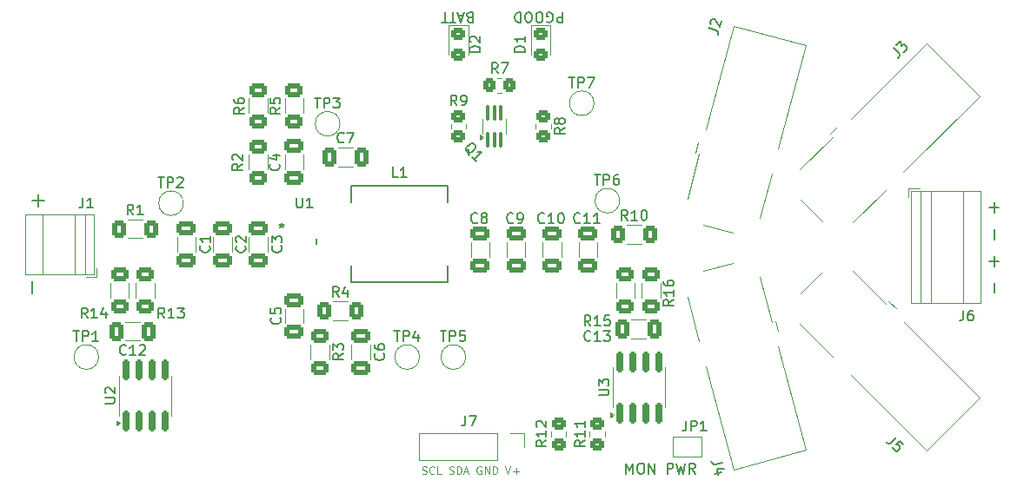
<source format=gto>
G04 #@! TF.GenerationSoftware,KiCad,Pcbnew,8.0.2*
G04 #@! TF.CreationDate,2024-09-05T18:17:44-04:00*
G04 #@! TF.ProjectId,5v-regulator-v1,35762d72-6567-4756-9c61-746f722d7631,rev?*
G04 #@! TF.SameCoordinates,Original*
G04 #@! TF.FileFunction,Legend,Top*
G04 #@! TF.FilePolarity,Positive*
%FSLAX46Y46*%
G04 Gerber Fmt 4.6, Leading zero omitted, Abs format (unit mm)*
G04 Created by KiCad (PCBNEW 8.0.2) date 2024-09-05 18:17:44*
%MOMM*%
%LPD*%
G01*
G04 APERTURE LIST*
G04 Aperture macros list*
%AMRoundRect*
0 Rectangle with rounded corners*
0 $1 Rounding radius*
0 $2 $3 $4 $5 $6 $7 $8 $9 X,Y pos of 4 corners*
0 Add a 4 corners polygon primitive as box body*
4,1,4,$2,$3,$4,$5,$6,$7,$8,$9,$2,$3,0*
0 Add four circle primitives for the rounded corners*
1,1,$1+$1,$2,$3*
1,1,$1+$1,$4,$5*
1,1,$1+$1,$6,$7*
1,1,$1+$1,$8,$9*
0 Add four rect primitives between the rounded corners*
20,1,$1+$1,$2,$3,$4,$5,0*
20,1,$1+$1,$4,$5,$6,$7,0*
20,1,$1+$1,$6,$7,$8,$9,0*
20,1,$1+$1,$8,$9,$2,$3,0*%
%AMRotRect*
0 Rectangle, with rotation*
0 The origin of the aperture is its center*
0 $1 length*
0 $2 width*
0 $3 Rotation angle, in degrees counterclockwise*
0 Add horizontal line*
21,1,$1,$2,0,0,$3*%
%AMFreePoly0*
4,1,6,1.000000,0.000000,0.500000,-0.750000,-0.500000,-0.750000,-0.500000,0.750000,0.500000,0.750000,1.000000,0.000000,1.000000,0.000000,$1*%
%AMFreePoly1*
4,1,6,0.500000,-0.750000,-0.650000,-0.750000,-0.150000,0.000000,-0.650000,0.750000,0.500000,0.750000,0.500000,-0.750000,0.500000,-0.750000,$1*%
G04 Aperture macros list end*
%ADD10C,0.150000*%
%ADD11C,0.200000*%
%ADD12C,0.100000*%
%ADD13C,0.120000*%
%ADD14C,0.152400*%
%ADD15C,2.000000*%
%ADD16RotRect,1.600000X1.600000X105.000000*%
%ADD17C,1.600000*%
%ADD18C,2.150000*%
%ADD19RoundRect,0.250000X-0.450000X0.325000X-0.450000X-0.325000X0.450000X-0.325000X0.450000X0.325000X0*%
%ADD20R,2.311400X5.461000*%
%ADD21RoundRect,0.250000X0.650000X-0.412500X0.650000X0.412500X-0.650000X0.412500X-0.650000X-0.412500X0*%
%ADD22RoundRect,0.250000X-0.625000X0.400000X-0.625000X-0.400000X0.625000X-0.400000X0.625000X0.400000X0*%
%ADD23RotRect,1.600000X1.600000X225.000000*%
%ADD24RoundRect,0.250000X-0.400000X-0.625000X0.400000X-0.625000X0.400000X0.625000X-0.400000X0.625000X0*%
%ADD25R,2.000000X2.000000*%
%ADD26RoundRect,0.250000X0.450000X-0.350000X0.450000X0.350000X-0.450000X0.350000X-0.450000X-0.350000X0*%
%ADD27RoundRect,0.150000X0.150000X-0.825000X0.150000X0.825000X-0.150000X0.825000X-0.150000X-0.825000X0*%
%ADD28R,1.397000X0.254000*%
%ADD29R,0.254000X0.609600*%
%ADD30R,0.609600X0.254000*%
%ADD31RoundRect,0.250000X-0.412500X-0.650000X0.412500X-0.650000X0.412500X0.650000X-0.412500X0.650000X0*%
%ADD32R,1.700000X1.700000*%
%ADD33O,1.700000X1.700000*%
%ADD34RoundRect,0.100000X0.100000X-0.650000X0.100000X0.650000X-0.100000X0.650000X-0.100000X-0.650000X0*%
%ADD35RoundRect,0.250000X-0.650000X0.412500X-0.650000X-0.412500X0.650000X-0.412500X0.650000X0.412500X0*%
%ADD36FreePoly0,180.000000*%
%ADD37FreePoly1,180.000000*%
%ADD38RoundRect,0.250000X0.625000X-0.400000X0.625000X0.400000X-0.625000X0.400000X-0.625000X-0.400000X0*%
%ADD39RoundRect,0.250000X-0.350000X-0.450000X0.350000X-0.450000X0.350000X0.450000X-0.350000X0.450000X0*%
%ADD40RotRect,1.600000X1.600000X255.000000*%
%ADD41RotRect,1.600000X1.600000X135.000000*%
%ADD42RoundRect,0.250000X-0.450000X0.350000X-0.450000X-0.350000X0.450000X-0.350000X0.450000X0.350000X0*%
%ADD43RoundRect,0.250000X0.412500X0.650000X-0.412500X0.650000X-0.412500X-0.650000X0.412500X-0.650000X0*%
G04 APERTURE END LIST*
D10*
X170163220Y-46380180D02*
X170163220Y-47380180D01*
X170163220Y-47380180D02*
X169782268Y-47380180D01*
X169782268Y-47380180D02*
X169687030Y-47332561D01*
X169687030Y-47332561D02*
X169639411Y-47284942D01*
X169639411Y-47284942D02*
X169591792Y-47189704D01*
X169591792Y-47189704D02*
X169591792Y-47046847D01*
X169591792Y-47046847D02*
X169639411Y-46951609D01*
X169639411Y-46951609D02*
X169687030Y-46903990D01*
X169687030Y-46903990D02*
X169782268Y-46856371D01*
X169782268Y-46856371D02*
X170163220Y-46856371D01*
X168639411Y-47332561D02*
X168734649Y-47380180D01*
X168734649Y-47380180D02*
X168877506Y-47380180D01*
X168877506Y-47380180D02*
X169020363Y-47332561D01*
X169020363Y-47332561D02*
X169115601Y-47237323D01*
X169115601Y-47237323D02*
X169163220Y-47142085D01*
X169163220Y-47142085D02*
X169210839Y-46951609D01*
X169210839Y-46951609D02*
X169210839Y-46808752D01*
X169210839Y-46808752D02*
X169163220Y-46618276D01*
X169163220Y-46618276D02*
X169115601Y-46523038D01*
X169115601Y-46523038D02*
X169020363Y-46427800D01*
X169020363Y-46427800D02*
X168877506Y-46380180D01*
X168877506Y-46380180D02*
X168782268Y-46380180D01*
X168782268Y-46380180D02*
X168639411Y-46427800D01*
X168639411Y-46427800D02*
X168591792Y-46475419D01*
X168591792Y-46475419D02*
X168591792Y-46808752D01*
X168591792Y-46808752D02*
X168782268Y-46808752D01*
X167972744Y-47380180D02*
X167782268Y-47380180D01*
X167782268Y-47380180D02*
X167687030Y-47332561D01*
X167687030Y-47332561D02*
X167591792Y-47237323D01*
X167591792Y-47237323D02*
X167544173Y-47046847D01*
X167544173Y-47046847D02*
X167544173Y-46713514D01*
X167544173Y-46713514D02*
X167591792Y-46523038D01*
X167591792Y-46523038D02*
X167687030Y-46427800D01*
X167687030Y-46427800D02*
X167782268Y-46380180D01*
X167782268Y-46380180D02*
X167972744Y-46380180D01*
X167972744Y-46380180D02*
X168067982Y-46427800D01*
X168067982Y-46427800D02*
X168163220Y-46523038D01*
X168163220Y-46523038D02*
X168210839Y-46713514D01*
X168210839Y-46713514D02*
X168210839Y-47046847D01*
X168210839Y-47046847D02*
X168163220Y-47237323D01*
X168163220Y-47237323D02*
X168067982Y-47332561D01*
X168067982Y-47332561D02*
X167972744Y-47380180D01*
X166925125Y-47380180D02*
X166734649Y-47380180D01*
X166734649Y-47380180D02*
X166639411Y-47332561D01*
X166639411Y-47332561D02*
X166544173Y-47237323D01*
X166544173Y-47237323D02*
X166496554Y-47046847D01*
X166496554Y-47046847D02*
X166496554Y-46713514D01*
X166496554Y-46713514D02*
X166544173Y-46523038D01*
X166544173Y-46523038D02*
X166639411Y-46427800D01*
X166639411Y-46427800D02*
X166734649Y-46380180D01*
X166734649Y-46380180D02*
X166925125Y-46380180D01*
X166925125Y-46380180D02*
X167020363Y-46427800D01*
X167020363Y-46427800D02*
X167115601Y-46523038D01*
X167115601Y-46523038D02*
X167163220Y-46713514D01*
X167163220Y-46713514D02*
X167163220Y-47046847D01*
X167163220Y-47046847D02*
X167115601Y-47237323D01*
X167115601Y-47237323D02*
X167020363Y-47332561D01*
X167020363Y-47332561D02*
X166925125Y-47380180D01*
X166067982Y-46380180D02*
X166067982Y-47380180D01*
X166067982Y-47380180D02*
X165829887Y-47380180D01*
X165829887Y-47380180D02*
X165687030Y-47332561D01*
X165687030Y-47332561D02*
X165591792Y-47237323D01*
X165591792Y-47237323D02*
X165544173Y-47142085D01*
X165544173Y-47142085D02*
X165496554Y-46951609D01*
X165496554Y-46951609D02*
X165496554Y-46808752D01*
X165496554Y-46808752D02*
X165544173Y-46618276D01*
X165544173Y-46618276D02*
X165591792Y-46523038D01*
X165591792Y-46523038D02*
X165687030Y-46427800D01*
X165687030Y-46427800D02*
X165829887Y-46380180D01*
X165829887Y-46380180D02*
X166067982Y-46380180D01*
D11*
X118488720Y-64734600D02*
X119631578Y-64734600D01*
X119060149Y-65306028D02*
X119060149Y-64163171D01*
X118484600Y-73761279D02*
X118484600Y-72618422D01*
X212164733Y-64941101D02*
X212164733Y-65931578D01*
X211669495Y-65436339D02*
X212659971Y-65436339D01*
X212164733Y-67541101D02*
X212164733Y-68531578D01*
X212164733Y-70141101D02*
X212164733Y-71131578D01*
X211669495Y-70636339D02*
X212659971Y-70636339D01*
X212164733Y-72741101D02*
X212164733Y-73731578D01*
D10*
X161079887Y-46903990D02*
X160937030Y-46856371D01*
X160937030Y-46856371D02*
X160889411Y-46808752D01*
X160889411Y-46808752D02*
X160841792Y-46713514D01*
X160841792Y-46713514D02*
X160841792Y-46570657D01*
X160841792Y-46570657D02*
X160889411Y-46475419D01*
X160889411Y-46475419D02*
X160937030Y-46427800D01*
X160937030Y-46427800D02*
X161032268Y-46380180D01*
X161032268Y-46380180D02*
X161413220Y-46380180D01*
X161413220Y-46380180D02*
X161413220Y-47380180D01*
X161413220Y-47380180D02*
X161079887Y-47380180D01*
X161079887Y-47380180D02*
X160984649Y-47332561D01*
X160984649Y-47332561D02*
X160937030Y-47284942D01*
X160937030Y-47284942D02*
X160889411Y-47189704D01*
X160889411Y-47189704D02*
X160889411Y-47094466D01*
X160889411Y-47094466D02*
X160937030Y-46999228D01*
X160937030Y-46999228D02*
X160984649Y-46951609D01*
X160984649Y-46951609D02*
X161079887Y-46903990D01*
X161079887Y-46903990D02*
X161413220Y-46903990D01*
X160460839Y-46665895D02*
X159984649Y-46665895D01*
X160556077Y-46380180D02*
X160222744Y-47380180D01*
X160222744Y-47380180D02*
X159889411Y-46380180D01*
X159698934Y-47380180D02*
X159127506Y-47380180D01*
X159413220Y-46380180D02*
X159413220Y-47380180D01*
X158937029Y-47380180D02*
X158365601Y-47380180D01*
X158651315Y-46380180D02*
X158651315Y-47380180D01*
X176336779Y-91369819D02*
X176336779Y-90369819D01*
X176336779Y-90369819D02*
X176670112Y-91084104D01*
X176670112Y-91084104D02*
X177003445Y-90369819D01*
X177003445Y-90369819D02*
X177003445Y-91369819D01*
X177670112Y-90369819D02*
X177860588Y-90369819D01*
X177860588Y-90369819D02*
X177955826Y-90417438D01*
X177955826Y-90417438D02*
X178051064Y-90512676D01*
X178051064Y-90512676D02*
X178098683Y-90703152D01*
X178098683Y-90703152D02*
X178098683Y-91036485D01*
X178098683Y-91036485D02*
X178051064Y-91226961D01*
X178051064Y-91226961D02*
X177955826Y-91322200D01*
X177955826Y-91322200D02*
X177860588Y-91369819D01*
X177860588Y-91369819D02*
X177670112Y-91369819D01*
X177670112Y-91369819D02*
X177574874Y-91322200D01*
X177574874Y-91322200D02*
X177479636Y-91226961D01*
X177479636Y-91226961D02*
X177432017Y-91036485D01*
X177432017Y-91036485D02*
X177432017Y-90703152D01*
X177432017Y-90703152D02*
X177479636Y-90512676D01*
X177479636Y-90512676D02*
X177574874Y-90417438D01*
X177574874Y-90417438D02*
X177670112Y-90369819D01*
X178527255Y-91369819D02*
X178527255Y-90369819D01*
X178527255Y-90369819D02*
X179098683Y-91369819D01*
X179098683Y-91369819D02*
X179098683Y-90369819D01*
X180336779Y-91369819D02*
X180336779Y-90369819D01*
X180336779Y-90369819D02*
X180717731Y-90369819D01*
X180717731Y-90369819D02*
X180812969Y-90417438D01*
X180812969Y-90417438D02*
X180860588Y-90465057D01*
X180860588Y-90465057D02*
X180908207Y-90560295D01*
X180908207Y-90560295D02*
X180908207Y-90703152D01*
X180908207Y-90703152D02*
X180860588Y-90798390D01*
X180860588Y-90798390D02*
X180812969Y-90846009D01*
X180812969Y-90846009D02*
X180717731Y-90893628D01*
X180717731Y-90893628D02*
X180336779Y-90893628D01*
X181241541Y-90369819D02*
X181479636Y-91369819D01*
X181479636Y-91369819D02*
X181670112Y-90655533D01*
X181670112Y-90655533D02*
X181860588Y-91369819D01*
X181860588Y-91369819D02*
X182098684Y-90369819D01*
X183051064Y-91369819D02*
X182717731Y-90893628D01*
X182479636Y-91369819D02*
X182479636Y-90369819D01*
X182479636Y-90369819D02*
X182860588Y-90369819D01*
X182860588Y-90369819D02*
X182955826Y-90417438D01*
X182955826Y-90417438D02*
X183003445Y-90465057D01*
X183003445Y-90465057D02*
X183051064Y-90560295D01*
X183051064Y-90560295D02*
X183051064Y-90703152D01*
X183051064Y-90703152D02*
X183003445Y-90798390D01*
X183003445Y-90798390D02*
X182955826Y-90846009D01*
X182955826Y-90846009D02*
X182860588Y-90893628D01*
X182860588Y-90893628D02*
X182479636Y-90893628D01*
D12*
X156458646Y-91367300D02*
X156565789Y-91403014D01*
X156565789Y-91403014D02*
X156744360Y-91403014D01*
X156744360Y-91403014D02*
X156815789Y-91367300D01*
X156815789Y-91367300D02*
X156851503Y-91331585D01*
X156851503Y-91331585D02*
X156887217Y-91260157D01*
X156887217Y-91260157D02*
X156887217Y-91188728D01*
X156887217Y-91188728D02*
X156851503Y-91117300D01*
X156851503Y-91117300D02*
X156815789Y-91081585D01*
X156815789Y-91081585D02*
X156744360Y-91045871D01*
X156744360Y-91045871D02*
X156601503Y-91010157D01*
X156601503Y-91010157D02*
X156530074Y-90974442D01*
X156530074Y-90974442D02*
X156494360Y-90938728D01*
X156494360Y-90938728D02*
X156458646Y-90867300D01*
X156458646Y-90867300D02*
X156458646Y-90795871D01*
X156458646Y-90795871D02*
X156494360Y-90724442D01*
X156494360Y-90724442D02*
X156530074Y-90688728D01*
X156530074Y-90688728D02*
X156601503Y-90653014D01*
X156601503Y-90653014D02*
X156780074Y-90653014D01*
X156780074Y-90653014D02*
X156887217Y-90688728D01*
X157637217Y-91331585D02*
X157601503Y-91367300D01*
X157601503Y-91367300D02*
X157494360Y-91403014D01*
X157494360Y-91403014D02*
X157422932Y-91403014D01*
X157422932Y-91403014D02*
X157315789Y-91367300D01*
X157315789Y-91367300D02*
X157244360Y-91295871D01*
X157244360Y-91295871D02*
X157208646Y-91224442D01*
X157208646Y-91224442D02*
X157172932Y-91081585D01*
X157172932Y-91081585D02*
X157172932Y-90974442D01*
X157172932Y-90974442D02*
X157208646Y-90831585D01*
X157208646Y-90831585D02*
X157244360Y-90760157D01*
X157244360Y-90760157D02*
X157315789Y-90688728D01*
X157315789Y-90688728D02*
X157422932Y-90653014D01*
X157422932Y-90653014D02*
X157494360Y-90653014D01*
X157494360Y-90653014D02*
X157601503Y-90688728D01*
X157601503Y-90688728D02*
X157637217Y-90724442D01*
X158315789Y-91403014D02*
X157958646Y-91403014D01*
X157958646Y-91403014D02*
X157958646Y-90653014D01*
X159101504Y-91367300D02*
X159208647Y-91403014D01*
X159208647Y-91403014D02*
X159387218Y-91403014D01*
X159387218Y-91403014D02*
X159458647Y-91367300D01*
X159458647Y-91367300D02*
X159494361Y-91331585D01*
X159494361Y-91331585D02*
X159530075Y-91260157D01*
X159530075Y-91260157D02*
X159530075Y-91188728D01*
X159530075Y-91188728D02*
X159494361Y-91117300D01*
X159494361Y-91117300D02*
X159458647Y-91081585D01*
X159458647Y-91081585D02*
X159387218Y-91045871D01*
X159387218Y-91045871D02*
X159244361Y-91010157D01*
X159244361Y-91010157D02*
X159172932Y-90974442D01*
X159172932Y-90974442D02*
X159137218Y-90938728D01*
X159137218Y-90938728D02*
X159101504Y-90867300D01*
X159101504Y-90867300D02*
X159101504Y-90795871D01*
X159101504Y-90795871D02*
X159137218Y-90724442D01*
X159137218Y-90724442D02*
X159172932Y-90688728D01*
X159172932Y-90688728D02*
X159244361Y-90653014D01*
X159244361Y-90653014D02*
X159422932Y-90653014D01*
X159422932Y-90653014D02*
X159530075Y-90688728D01*
X159851504Y-91403014D02*
X159851504Y-90653014D01*
X159851504Y-90653014D02*
X160030075Y-90653014D01*
X160030075Y-90653014D02*
X160137218Y-90688728D01*
X160137218Y-90688728D02*
X160208647Y-90760157D01*
X160208647Y-90760157D02*
X160244361Y-90831585D01*
X160244361Y-90831585D02*
X160280075Y-90974442D01*
X160280075Y-90974442D02*
X160280075Y-91081585D01*
X160280075Y-91081585D02*
X160244361Y-91224442D01*
X160244361Y-91224442D02*
X160208647Y-91295871D01*
X160208647Y-91295871D02*
X160137218Y-91367300D01*
X160137218Y-91367300D02*
X160030075Y-91403014D01*
X160030075Y-91403014D02*
X159851504Y-91403014D01*
X160565790Y-91188728D02*
X160922933Y-91188728D01*
X160494361Y-91403014D02*
X160744361Y-90653014D01*
X160744361Y-90653014D02*
X160994361Y-91403014D01*
X162208647Y-90688728D02*
X162137219Y-90653014D01*
X162137219Y-90653014D02*
X162030076Y-90653014D01*
X162030076Y-90653014D02*
X161922933Y-90688728D01*
X161922933Y-90688728D02*
X161851504Y-90760157D01*
X161851504Y-90760157D02*
X161815790Y-90831585D01*
X161815790Y-90831585D02*
X161780076Y-90974442D01*
X161780076Y-90974442D02*
X161780076Y-91081585D01*
X161780076Y-91081585D02*
X161815790Y-91224442D01*
X161815790Y-91224442D02*
X161851504Y-91295871D01*
X161851504Y-91295871D02*
X161922933Y-91367300D01*
X161922933Y-91367300D02*
X162030076Y-91403014D01*
X162030076Y-91403014D02*
X162101504Y-91403014D01*
X162101504Y-91403014D02*
X162208647Y-91367300D01*
X162208647Y-91367300D02*
X162244361Y-91331585D01*
X162244361Y-91331585D02*
X162244361Y-91081585D01*
X162244361Y-91081585D02*
X162101504Y-91081585D01*
X162565790Y-91403014D02*
X162565790Y-90653014D01*
X162565790Y-90653014D02*
X162994361Y-91403014D01*
X162994361Y-91403014D02*
X162994361Y-90653014D01*
X163351504Y-91403014D02*
X163351504Y-90653014D01*
X163351504Y-90653014D02*
X163530075Y-90653014D01*
X163530075Y-90653014D02*
X163637218Y-90688728D01*
X163637218Y-90688728D02*
X163708647Y-90760157D01*
X163708647Y-90760157D02*
X163744361Y-90831585D01*
X163744361Y-90831585D02*
X163780075Y-90974442D01*
X163780075Y-90974442D02*
X163780075Y-91081585D01*
X163780075Y-91081585D02*
X163744361Y-91224442D01*
X163744361Y-91224442D02*
X163708647Y-91295871D01*
X163708647Y-91295871D02*
X163637218Y-91367300D01*
X163637218Y-91367300D02*
X163530075Y-91403014D01*
X163530075Y-91403014D02*
X163351504Y-91403014D01*
X164565790Y-90653014D02*
X164815790Y-91403014D01*
X164815790Y-91403014D02*
X165065790Y-90653014D01*
X165315790Y-91117300D02*
X165887219Y-91117300D01*
X165601504Y-91403014D02*
X165601504Y-90831585D01*
D10*
X145988095Y-54706819D02*
X146559523Y-54706819D01*
X146273809Y-55706819D02*
X146273809Y-54706819D01*
X146892857Y-55706819D02*
X146892857Y-54706819D01*
X146892857Y-54706819D02*
X147273809Y-54706819D01*
X147273809Y-54706819D02*
X147369047Y-54754438D01*
X147369047Y-54754438D02*
X147416666Y-54802057D01*
X147416666Y-54802057D02*
X147464285Y-54897295D01*
X147464285Y-54897295D02*
X147464285Y-55040152D01*
X147464285Y-55040152D02*
X147416666Y-55135390D01*
X147416666Y-55135390D02*
X147369047Y-55183009D01*
X147369047Y-55183009D02*
X147273809Y-55230628D01*
X147273809Y-55230628D02*
X146892857Y-55230628D01*
X147797619Y-54706819D02*
X148416666Y-54706819D01*
X148416666Y-54706819D02*
X148083333Y-55087771D01*
X148083333Y-55087771D02*
X148226190Y-55087771D01*
X148226190Y-55087771D02*
X148321428Y-55135390D01*
X148321428Y-55135390D02*
X148369047Y-55183009D01*
X148369047Y-55183009D02*
X148416666Y-55278247D01*
X148416666Y-55278247D02*
X148416666Y-55516342D01*
X148416666Y-55516342D02*
X148369047Y-55611580D01*
X148369047Y-55611580D02*
X148321428Y-55659200D01*
X148321428Y-55659200D02*
X148226190Y-55706819D01*
X148226190Y-55706819D02*
X147940476Y-55706819D01*
X147940476Y-55706819D02*
X147845238Y-55659200D01*
X147845238Y-55659200D02*
X147797619Y-55611580D01*
X185690331Y-90286921D02*
X185000384Y-90471792D01*
X185000384Y-90471792D02*
X184850070Y-90462769D01*
X184850070Y-90462769D02*
X184733427Y-90395426D01*
X184733427Y-90395426D02*
X184650457Y-90269761D01*
X184650457Y-90269761D02*
X184625807Y-90177768D01*
X185602525Y-91247127D02*
X184958575Y-91419673D01*
X185908873Y-90918547D02*
X185157303Y-90873435D01*
X185157303Y-90873435D02*
X185317524Y-91471389D01*
X162104817Y-50238094D02*
X161104817Y-50238094D01*
X161104817Y-50238094D02*
X161104817Y-49999999D01*
X161104817Y-49999999D02*
X161152436Y-49857142D01*
X161152436Y-49857142D02*
X161247674Y-49761904D01*
X161247674Y-49761904D02*
X161342912Y-49714285D01*
X161342912Y-49714285D02*
X161533388Y-49666666D01*
X161533388Y-49666666D02*
X161676245Y-49666666D01*
X161676245Y-49666666D02*
X161866721Y-49714285D01*
X161866721Y-49714285D02*
X161961959Y-49761904D01*
X161961959Y-49761904D02*
X162057198Y-49857142D01*
X162057198Y-49857142D02*
X162104817Y-49999999D01*
X162104817Y-49999999D02*
X162104817Y-50238094D01*
X161200055Y-49285713D02*
X161152436Y-49238094D01*
X161152436Y-49238094D02*
X161104817Y-49142856D01*
X161104817Y-49142856D02*
X161104817Y-48904761D01*
X161104817Y-48904761D02*
X161152436Y-48809523D01*
X161152436Y-48809523D02*
X161200055Y-48761904D01*
X161200055Y-48761904D02*
X161295293Y-48714285D01*
X161295293Y-48714285D02*
X161390531Y-48714285D01*
X161390531Y-48714285D02*
X161533388Y-48761904D01*
X161533388Y-48761904D02*
X162104817Y-49333332D01*
X162104817Y-49333332D02*
X162104817Y-48714285D01*
X154087833Y-62454819D02*
X153611643Y-62454819D01*
X153611643Y-62454819D02*
X153611643Y-61454819D01*
X154944976Y-62454819D02*
X154373548Y-62454819D01*
X154659262Y-62454819D02*
X154659262Y-61454819D01*
X154659262Y-61454819D02*
X154564024Y-61597676D01*
X154564024Y-61597676D02*
X154468786Y-61692914D01*
X154468786Y-61692914D02*
X154373548Y-61740533D01*
X142509580Y-61166666D02*
X142557200Y-61214285D01*
X142557200Y-61214285D02*
X142604819Y-61357142D01*
X142604819Y-61357142D02*
X142604819Y-61452380D01*
X142604819Y-61452380D02*
X142557200Y-61595237D01*
X142557200Y-61595237D02*
X142461961Y-61690475D01*
X142461961Y-61690475D02*
X142366723Y-61738094D01*
X142366723Y-61738094D02*
X142176247Y-61785713D01*
X142176247Y-61785713D02*
X142033390Y-61785713D01*
X142033390Y-61785713D02*
X141842914Y-61738094D01*
X141842914Y-61738094D02*
X141747676Y-61690475D01*
X141747676Y-61690475D02*
X141652438Y-61595237D01*
X141652438Y-61595237D02*
X141604819Y-61452380D01*
X141604819Y-61452380D02*
X141604819Y-61357142D01*
X141604819Y-61357142D02*
X141652438Y-61214285D01*
X141652438Y-61214285D02*
X141700057Y-61166666D01*
X141938152Y-60309523D02*
X142604819Y-60309523D01*
X141557200Y-60547618D02*
X142271485Y-60785713D01*
X142271485Y-60785713D02*
X142271485Y-60166666D01*
X138954819Y-61166666D02*
X138478628Y-61499999D01*
X138954819Y-61738094D02*
X137954819Y-61738094D01*
X137954819Y-61738094D02*
X137954819Y-61357142D01*
X137954819Y-61357142D02*
X138002438Y-61261904D01*
X138002438Y-61261904D02*
X138050057Y-61214285D01*
X138050057Y-61214285D02*
X138145295Y-61166666D01*
X138145295Y-61166666D02*
X138288152Y-61166666D01*
X138288152Y-61166666D02*
X138383390Y-61214285D01*
X138383390Y-61214285D02*
X138431009Y-61261904D01*
X138431009Y-61261904D02*
X138478628Y-61357142D01*
X138478628Y-61357142D02*
X138478628Y-61738094D01*
X138050057Y-60785713D02*
X138002438Y-60738094D01*
X138002438Y-60738094D02*
X137954819Y-60642856D01*
X137954819Y-60642856D02*
X137954819Y-60404761D01*
X137954819Y-60404761D02*
X138002438Y-60309523D01*
X138002438Y-60309523D02*
X138050057Y-60261904D01*
X138050057Y-60261904D02*
X138145295Y-60214285D01*
X138145295Y-60214285D02*
X138240533Y-60214285D01*
X138240533Y-60214285D02*
X138383390Y-60261904D01*
X138383390Y-60261904D02*
X138954819Y-60833332D01*
X138954819Y-60833332D02*
X138954819Y-60214285D01*
X202378796Y-49850201D02*
X202883872Y-50355277D01*
X202883872Y-50355277D02*
X202951216Y-50489964D01*
X202951216Y-50489964D02*
X202951216Y-50624651D01*
X202951216Y-50624651D02*
X202883872Y-50759338D01*
X202883872Y-50759338D02*
X202816529Y-50826682D01*
X202648170Y-49580827D02*
X203085903Y-49143094D01*
X203085903Y-49143094D02*
X203119575Y-49648170D01*
X203119575Y-49648170D02*
X203220590Y-49547155D01*
X203220590Y-49547155D02*
X203321605Y-49513483D01*
X203321605Y-49513483D02*
X203388949Y-49513483D01*
X203388949Y-49513483D02*
X203489964Y-49547155D01*
X203489964Y-49547155D02*
X203658323Y-49715514D01*
X203658323Y-49715514D02*
X203691994Y-49816529D01*
X203691994Y-49816529D02*
X203691994Y-49883872D01*
X203691994Y-49883872D02*
X203658323Y-49984888D01*
X203658323Y-49984888D02*
X203456292Y-50186918D01*
X203456292Y-50186918D02*
X203355277Y-50220590D01*
X203355277Y-50220590D02*
X203287933Y-50220590D01*
X176452142Y-66659819D02*
X176118809Y-66183628D01*
X175880714Y-66659819D02*
X175880714Y-65659819D01*
X175880714Y-65659819D02*
X176261666Y-65659819D01*
X176261666Y-65659819D02*
X176356904Y-65707438D01*
X176356904Y-65707438D02*
X176404523Y-65755057D01*
X176404523Y-65755057D02*
X176452142Y-65850295D01*
X176452142Y-65850295D02*
X176452142Y-65993152D01*
X176452142Y-65993152D02*
X176404523Y-66088390D01*
X176404523Y-66088390D02*
X176356904Y-66136009D01*
X176356904Y-66136009D02*
X176261666Y-66183628D01*
X176261666Y-66183628D02*
X175880714Y-66183628D01*
X177404523Y-66659819D02*
X176833095Y-66659819D01*
X177118809Y-66659819D02*
X177118809Y-65659819D01*
X177118809Y-65659819D02*
X177023571Y-65802676D01*
X177023571Y-65802676D02*
X176928333Y-65897914D01*
X176928333Y-65897914D02*
X176833095Y-65945533D01*
X178023571Y-65659819D02*
X178118809Y-65659819D01*
X178118809Y-65659819D02*
X178214047Y-65707438D01*
X178214047Y-65707438D02*
X178261666Y-65755057D01*
X178261666Y-65755057D02*
X178309285Y-65850295D01*
X178309285Y-65850295D02*
X178356904Y-66040771D01*
X178356904Y-66040771D02*
X178356904Y-66278866D01*
X178356904Y-66278866D02*
X178309285Y-66469342D01*
X178309285Y-66469342D02*
X178261666Y-66564580D01*
X178261666Y-66564580D02*
X178214047Y-66612200D01*
X178214047Y-66612200D02*
X178118809Y-66659819D01*
X178118809Y-66659819D02*
X178023571Y-66659819D01*
X178023571Y-66659819D02*
X177928333Y-66612200D01*
X177928333Y-66612200D02*
X177880714Y-66564580D01*
X177880714Y-66564580D02*
X177833095Y-66469342D01*
X177833095Y-66469342D02*
X177785476Y-66278866D01*
X177785476Y-66278866D02*
X177785476Y-66040771D01*
X177785476Y-66040771D02*
X177833095Y-65850295D01*
X177833095Y-65850295D02*
X177880714Y-65755057D01*
X177880714Y-65755057D02*
X177928333Y-65707438D01*
X177928333Y-65707438D02*
X178023571Y-65659819D01*
X209166666Y-75454819D02*
X209166666Y-76169104D01*
X209166666Y-76169104D02*
X209119047Y-76311961D01*
X209119047Y-76311961D02*
X209023809Y-76407200D01*
X209023809Y-76407200D02*
X208880952Y-76454819D01*
X208880952Y-76454819D02*
X208785714Y-76454819D01*
X210071428Y-75454819D02*
X209880952Y-75454819D01*
X209880952Y-75454819D02*
X209785714Y-75502438D01*
X209785714Y-75502438D02*
X209738095Y-75550057D01*
X209738095Y-75550057D02*
X209642857Y-75692914D01*
X209642857Y-75692914D02*
X209595238Y-75883390D01*
X209595238Y-75883390D02*
X209595238Y-76264342D01*
X209595238Y-76264342D02*
X209642857Y-76359580D01*
X209642857Y-76359580D02*
X209690476Y-76407200D01*
X209690476Y-76407200D02*
X209785714Y-76454819D01*
X209785714Y-76454819D02*
X209976190Y-76454819D01*
X209976190Y-76454819D02*
X210071428Y-76407200D01*
X210071428Y-76407200D02*
X210119047Y-76359580D01*
X210119047Y-76359580D02*
X210166666Y-76264342D01*
X210166666Y-76264342D02*
X210166666Y-76026247D01*
X210166666Y-76026247D02*
X210119047Y-75931009D01*
X210119047Y-75931009D02*
X210071428Y-75883390D01*
X210071428Y-75883390D02*
X209976190Y-75835771D01*
X209976190Y-75835771D02*
X209785714Y-75835771D01*
X209785714Y-75835771D02*
X209690476Y-75883390D01*
X209690476Y-75883390D02*
X209642857Y-75931009D01*
X209642857Y-75931009D02*
X209595238Y-76026247D01*
X123416666Y-64454819D02*
X123416666Y-65169104D01*
X123416666Y-65169104D02*
X123369047Y-65311961D01*
X123369047Y-65311961D02*
X123273809Y-65407200D01*
X123273809Y-65407200D02*
X123130952Y-65454819D01*
X123130952Y-65454819D02*
X123035714Y-65454819D01*
X124416666Y-65454819D02*
X123845238Y-65454819D01*
X124130952Y-65454819D02*
X124130952Y-64454819D01*
X124130952Y-64454819D02*
X124035714Y-64597676D01*
X124035714Y-64597676D02*
X123940476Y-64692914D01*
X123940476Y-64692914D02*
X123845238Y-64740533D01*
X168554819Y-88142858D02*
X168078628Y-88476191D01*
X168554819Y-88714286D02*
X167554819Y-88714286D01*
X167554819Y-88714286D02*
X167554819Y-88333334D01*
X167554819Y-88333334D02*
X167602438Y-88238096D01*
X167602438Y-88238096D02*
X167650057Y-88190477D01*
X167650057Y-88190477D02*
X167745295Y-88142858D01*
X167745295Y-88142858D02*
X167888152Y-88142858D01*
X167888152Y-88142858D02*
X167983390Y-88190477D01*
X167983390Y-88190477D02*
X168031009Y-88238096D01*
X168031009Y-88238096D02*
X168078628Y-88333334D01*
X168078628Y-88333334D02*
X168078628Y-88714286D01*
X168554819Y-87190477D02*
X168554819Y-87761905D01*
X168554819Y-87476191D02*
X167554819Y-87476191D01*
X167554819Y-87476191D02*
X167697676Y-87571429D01*
X167697676Y-87571429D02*
X167792914Y-87666667D01*
X167792914Y-87666667D02*
X167840533Y-87761905D01*
X167650057Y-86809524D02*
X167602438Y-86761905D01*
X167602438Y-86761905D02*
X167554819Y-86666667D01*
X167554819Y-86666667D02*
X167554819Y-86428572D01*
X167554819Y-86428572D02*
X167602438Y-86333334D01*
X167602438Y-86333334D02*
X167650057Y-86285715D01*
X167650057Y-86285715D02*
X167745295Y-86238096D01*
X167745295Y-86238096D02*
X167840533Y-86238096D01*
X167840533Y-86238096D02*
X167983390Y-86285715D01*
X167983390Y-86285715D02*
X168554819Y-86857143D01*
X168554819Y-86857143D02*
X168554819Y-86238096D01*
X125554819Y-84511904D02*
X126364342Y-84511904D01*
X126364342Y-84511904D02*
X126459580Y-84464285D01*
X126459580Y-84464285D02*
X126507200Y-84416666D01*
X126507200Y-84416666D02*
X126554819Y-84321428D01*
X126554819Y-84321428D02*
X126554819Y-84130952D01*
X126554819Y-84130952D02*
X126507200Y-84035714D01*
X126507200Y-84035714D02*
X126459580Y-83988095D01*
X126459580Y-83988095D02*
X126364342Y-83940476D01*
X126364342Y-83940476D02*
X125554819Y-83940476D01*
X125650057Y-83511904D02*
X125602438Y-83464285D01*
X125602438Y-83464285D02*
X125554819Y-83369047D01*
X125554819Y-83369047D02*
X125554819Y-83130952D01*
X125554819Y-83130952D02*
X125602438Y-83035714D01*
X125602438Y-83035714D02*
X125650057Y-82988095D01*
X125650057Y-82988095D02*
X125745295Y-82940476D01*
X125745295Y-82940476D02*
X125840533Y-82940476D01*
X125840533Y-82940476D02*
X125983390Y-82988095D01*
X125983390Y-82988095D02*
X126554819Y-83559523D01*
X126554819Y-83559523D02*
X126554819Y-82940476D01*
X144238095Y-64454819D02*
X144238095Y-65264342D01*
X144238095Y-65264342D02*
X144285714Y-65359580D01*
X144285714Y-65359580D02*
X144333333Y-65407200D01*
X144333333Y-65407200D02*
X144428571Y-65454819D01*
X144428571Y-65454819D02*
X144619047Y-65454819D01*
X144619047Y-65454819D02*
X144714285Y-65407200D01*
X144714285Y-65407200D02*
X144761904Y-65359580D01*
X144761904Y-65359580D02*
X144809523Y-65264342D01*
X144809523Y-65264342D02*
X144809523Y-64454819D01*
X145809523Y-65454819D02*
X145238095Y-65454819D01*
X145523809Y-65454819D02*
X145523809Y-64454819D01*
X145523809Y-64454819D02*
X145428571Y-64597676D01*
X145428571Y-64597676D02*
X145333333Y-64692914D01*
X145333333Y-64692914D02*
X145238095Y-64740533D01*
X142760199Y-66954693D02*
X142760199Y-67192788D01*
X142522104Y-67097550D02*
X142760199Y-67192788D01*
X142760199Y-67192788D02*
X142998294Y-67097550D01*
X142617342Y-67383264D02*
X142760199Y-67192788D01*
X142760199Y-67192788D02*
X142903056Y-67383264D01*
X142760199Y-66954693D02*
X142760199Y-67192788D01*
X142522104Y-67097550D02*
X142760199Y-67192788D01*
X142760199Y-67192788D02*
X142998294Y-67097550D01*
X142617342Y-67383264D02*
X142760199Y-67192788D01*
X142760199Y-67192788D02*
X142903056Y-67383264D01*
X148833333Y-59009580D02*
X148785714Y-59057200D01*
X148785714Y-59057200D02*
X148642857Y-59104819D01*
X148642857Y-59104819D02*
X148547619Y-59104819D01*
X148547619Y-59104819D02*
X148404762Y-59057200D01*
X148404762Y-59057200D02*
X148309524Y-58961961D01*
X148309524Y-58961961D02*
X148261905Y-58866723D01*
X148261905Y-58866723D02*
X148214286Y-58676247D01*
X148214286Y-58676247D02*
X148214286Y-58533390D01*
X148214286Y-58533390D02*
X148261905Y-58342914D01*
X148261905Y-58342914D02*
X148309524Y-58247676D01*
X148309524Y-58247676D02*
X148404762Y-58152438D01*
X148404762Y-58152438D02*
X148547619Y-58104819D01*
X148547619Y-58104819D02*
X148642857Y-58104819D01*
X148642857Y-58104819D02*
X148785714Y-58152438D01*
X148785714Y-58152438D02*
X148833333Y-58200057D01*
X149166667Y-58104819D02*
X149833333Y-58104819D01*
X149833333Y-58104819D02*
X149404762Y-59104819D01*
X160666666Y-85704819D02*
X160666666Y-86419104D01*
X160666666Y-86419104D02*
X160619047Y-86561961D01*
X160619047Y-86561961D02*
X160523809Y-86657200D01*
X160523809Y-86657200D02*
X160380952Y-86704819D01*
X160380952Y-86704819D02*
X160285714Y-86704819D01*
X161047619Y-85704819D02*
X161714285Y-85704819D01*
X161714285Y-85704819D02*
X161285714Y-86704819D01*
X161043707Y-60321605D02*
X161010035Y-60220590D01*
X161010035Y-60220590D02*
X161010035Y-60085903D01*
X161010035Y-60085903D02*
X161010035Y-59883872D01*
X161010035Y-59883872D02*
X160976363Y-59782857D01*
X160976363Y-59782857D02*
X160909020Y-59715514D01*
X160774333Y-59917544D02*
X160740661Y-59816529D01*
X160740661Y-59816529D02*
X160740661Y-59681842D01*
X160740661Y-59681842D02*
X160841676Y-59513483D01*
X160841676Y-59513483D02*
X161077379Y-59277781D01*
X161077379Y-59277781D02*
X161245737Y-59176766D01*
X161245737Y-59176766D02*
X161380424Y-59176766D01*
X161380424Y-59176766D02*
X161481440Y-59210437D01*
X161481440Y-59210437D02*
X161616127Y-59345124D01*
X161616127Y-59345124D02*
X161649798Y-59446140D01*
X161649798Y-59446140D02*
X161649798Y-59580827D01*
X161649798Y-59580827D02*
X161548783Y-59749185D01*
X161548783Y-59749185D02*
X161313081Y-59984888D01*
X161313081Y-59984888D02*
X161144722Y-60085903D01*
X161144722Y-60085903D02*
X161010035Y-60085903D01*
X161010035Y-60085903D02*
X160909020Y-60052231D01*
X160909020Y-60052231D02*
X160774333Y-59917544D01*
X161750814Y-60894025D02*
X161346753Y-60489964D01*
X161548783Y-60691994D02*
X162255890Y-59984888D01*
X162255890Y-59984888D02*
X162087531Y-60018559D01*
X162087531Y-60018559D02*
X161952844Y-60018559D01*
X161952844Y-60018559D02*
X161851829Y-59984888D01*
X130738095Y-62456819D02*
X131309523Y-62456819D01*
X131023809Y-63456819D02*
X131023809Y-62456819D01*
X131642857Y-63456819D02*
X131642857Y-62456819D01*
X131642857Y-62456819D02*
X132023809Y-62456819D01*
X132023809Y-62456819D02*
X132119047Y-62504438D01*
X132119047Y-62504438D02*
X132166666Y-62552057D01*
X132166666Y-62552057D02*
X132214285Y-62647295D01*
X132214285Y-62647295D02*
X132214285Y-62790152D01*
X132214285Y-62790152D02*
X132166666Y-62885390D01*
X132166666Y-62885390D02*
X132119047Y-62933009D01*
X132119047Y-62933009D02*
X132023809Y-62980628D01*
X132023809Y-62980628D02*
X131642857Y-62980628D01*
X132595238Y-62552057D02*
X132642857Y-62504438D01*
X132642857Y-62504438D02*
X132738095Y-62456819D01*
X132738095Y-62456819D02*
X132976190Y-62456819D01*
X132976190Y-62456819D02*
X133071428Y-62504438D01*
X133071428Y-62504438D02*
X133119047Y-62552057D01*
X133119047Y-62552057D02*
X133166666Y-62647295D01*
X133166666Y-62647295D02*
X133166666Y-62742533D01*
X133166666Y-62742533D02*
X133119047Y-62885390D01*
X133119047Y-62885390D02*
X132547619Y-63456819D01*
X132547619Y-63456819D02*
X133166666Y-63456819D01*
X152709580Y-79666666D02*
X152757200Y-79714285D01*
X152757200Y-79714285D02*
X152804819Y-79857142D01*
X152804819Y-79857142D02*
X152804819Y-79952380D01*
X152804819Y-79952380D02*
X152757200Y-80095237D01*
X152757200Y-80095237D02*
X152661961Y-80190475D01*
X152661961Y-80190475D02*
X152566723Y-80238094D01*
X152566723Y-80238094D02*
X152376247Y-80285713D01*
X152376247Y-80285713D02*
X152233390Y-80285713D01*
X152233390Y-80285713D02*
X152042914Y-80238094D01*
X152042914Y-80238094D02*
X151947676Y-80190475D01*
X151947676Y-80190475D02*
X151852438Y-80095237D01*
X151852438Y-80095237D02*
X151804819Y-79952380D01*
X151804819Y-79952380D02*
X151804819Y-79857142D01*
X151804819Y-79857142D02*
X151852438Y-79714285D01*
X151852438Y-79714285D02*
X151900057Y-79666666D01*
X151804819Y-78809523D02*
X151804819Y-78999999D01*
X151804819Y-78999999D02*
X151852438Y-79095237D01*
X151852438Y-79095237D02*
X151900057Y-79142856D01*
X151900057Y-79142856D02*
X152042914Y-79238094D01*
X152042914Y-79238094D02*
X152233390Y-79285713D01*
X152233390Y-79285713D02*
X152614342Y-79285713D01*
X152614342Y-79285713D02*
X152709580Y-79238094D01*
X152709580Y-79238094D02*
X152757200Y-79190475D01*
X152757200Y-79190475D02*
X152804819Y-79095237D01*
X152804819Y-79095237D02*
X152804819Y-78904761D01*
X152804819Y-78904761D02*
X152757200Y-78809523D01*
X152757200Y-78809523D02*
X152709580Y-78761904D01*
X152709580Y-78761904D02*
X152614342Y-78714285D01*
X152614342Y-78714285D02*
X152376247Y-78714285D01*
X152376247Y-78714285D02*
X152281009Y-78761904D01*
X152281009Y-78761904D02*
X152233390Y-78809523D01*
X152233390Y-78809523D02*
X152185771Y-78904761D01*
X152185771Y-78904761D02*
X152185771Y-79095237D01*
X152185771Y-79095237D02*
X152233390Y-79190475D01*
X152233390Y-79190475D02*
X152281009Y-79238094D01*
X152281009Y-79238094D02*
X152376247Y-79285713D01*
X168357142Y-66859580D02*
X168309523Y-66907200D01*
X168309523Y-66907200D02*
X168166666Y-66954819D01*
X168166666Y-66954819D02*
X168071428Y-66954819D01*
X168071428Y-66954819D02*
X167928571Y-66907200D01*
X167928571Y-66907200D02*
X167833333Y-66811961D01*
X167833333Y-66811961D02*
X167785714Y-66716723D01*
X167785714Y-66716723D02*
X167738095Y-66526247D01*
X167738095Y-66526247D02*
X167738095Y-66383390D01*
X167738095Y-66383390D02*
X167785714Y-66192914D01*
X167785714Y-66192914D02*
X167833333Y-66097676D01*
X167833333Y-66097676D02*
X167928571Y-66002438D01*
X167928571Y-66002438D02*
X168071428Y-65954819D01*
X168071428Y-65954819D02*
X168166666Y-65954819D01*
X168166666Y-65954819D02*
X168309523Y-66002438D01*
X168309523Y-66002438D02*
X168357142Y-66050057D01*
X169309523Y-66954819D02*
X168738095Y-66954819D01*
X169023809Y-66954819D02*
X169023809Y-65954819D01*
X169023809Y-65954819D02*
X168928571Y-66097676D01*
X168928571Y-66097676D02*
X168833333Y-66192914D01*
X168833333Y-66192914D02*
X168738095Y-66240533D01*
X169928571Y-65954819D02*
X170023809Y-65954819D01*
X170023809Y-65954819D02*
X170119047Y-66002438D01*
X170119047Y-66002438D02*
X170166666Y-66050057D01*
X170166666Y-66050057D02*
X170214285Y-66145295D01*
X170214285Y-66145295D02*
X170261904Y-66335771D01*
X170261904Y-66335771D02*
X170261904Y-66573866D01*
X170261904Y-66573866D02*
X170214285Y-66764342D01*
X170214285Y-66764342D02*
X170166666Y-66859580D01*
X170166666Y-66859580D02*
X170119047Y-66907200D01*
X170119047Y-66907200D02*
X170023809Y-66954819D01*
X170023809Y-66954819D02*
X169928571Y-66954819D01*
X169928571Y-66954819D02*
X169833333Y-66907200D01*
X169833333Y-66907200D02*
X169785714Y-66859580D01*
X169785714Y-66859580D02*
X169738095Y-66764342D01*
X169738095Y-66764342D02*
X169690476Y-66573866D01*
X169690476Y-66573866D02*
X169690476Y-66335771D01*
X169690476Y-66335771D02*
X169738095Y-66145295D01*
X169738095Y-66145295D02*
X169785714Y-66050057D01*
X169785714Y-66050057D02*
X169833333Y-66002438D01*
X169833333Y-66002438D02*
X169928571Y-65954819D01*
X142609580Y-76166666D02*
X142657200Y-76214285D01*
X142657200Y-76214285D02*
X142704819Y-76357142D01*
X142704819Y-76357142D02*
X142704819Y-76452380D01*
X142704819Y-76452380D02*
X142657200Y-76595237D01*
X142657200Y-76595237D02*
X142561961Y-76690475D01*
X142561961Y-76690475D02*
X142466723Y-76738094D01*
X142466723Y-76738094D02*
X142276247Y-76785713D01*
X142276247Y-76785713D02*
X142133390Y-76785713D01*
X142133390Y-76785713D02*
X141942914Y-76738094D01*
X141942914Y-76738094D02*
X141847676Y-76690475D01*
X141847676Y-76690475D02*
X141752438Y-76595237D01*
X141752438Y-76595237D02*
X141704819Y-76452380D01*
X141704819Y-76452380D02*
X141704819Y-76357142D01*
X141704819Y-76357142D02*
X141752438Y-76214285D01*
X141752438Y-76214285D02*
X141800057Y-76166666D01*
X141704819Y-75261904D02*
X141704819Y-75738094D01*
X141704819Y-75738094D02*
X142181009Y-75785713D01*
X142181009Y-75785713D02*
X142133390Y-75738094D01*
X142133390Y-75738094D02*
X142085771Y-75642856D01*
X142085771Y-75642856D02*
X142085771Y-75404761D01*
X142085771Y-75404761D02*
X142133390Y-75309523D01*
X142133390Y-75309523D02*
X142181009Y-75261904D01*
X142181009Y-75261904D02*
X142276247Y-75214285D01*
X142276247Y-75214285D02*
X142514342Y-75214285D01*
X142514342Y-75214285D02*
X142609580Y-75261904D01*
X142609580Y-75261904D02*
X142657200Y-75309523D01*
X142657200Y-75309523D02*
X142704819Y-75404761D01*
X142704819Y-75404761D02*
X142704819Y-75642856D01*
X142704819Y-75642856D02*
X142657200Y-75738094D01*
X142657200Y-75738094D02*
X142609580Y-75785713D01*
X148333333Y-74134819D02*
X148000000Y-73658628D01*
X147761905Y-74134819D02*
X147761905Y-73134819D01*
X147761905Y-73134819D02*
X148142857Y-73134819D01*
X148142857Y-73134819D02*
X148238095Y-73182438D01*
X148238095Y-73182438D02*
X148285714Y-73230057D01*
X148285714Y-73230057D02*
X148333333Y-73325295D01*
X148333333Y-73325295D02*
X148333333Y-73468152D01*
X148333333Y-73468152D02*
X148285714Y-73563390D01*
X148285714Y-73563390D02*
X148238095Y-73611009D01*
X148238095Y-73611009D02*
X148142857Y-73658628D01*
X148142857Y-73658628D02*
X147761905Y-73658628D01*
X149190476Y-73468152D02*
X149190476Y-74134819D01*
X148952381Y-73087200D02*
X148714286Y-73801485D01*
X148714286Y-73801485D02*
X149333333Y-73801485D01*
X173649819Y-83736904D02*
X174459342Y-83736904D01*
X174459342Y-83736904D02*
X174554580Y-83689285D01*
X174554580Y-83689285D02*
X174602200Y-83641666D01*
X174602200Y-83641666D02*
X174649819Y-83546428D01*
X174649819Y-83546428D02*
X174649819Y-83355952D01*
X174649819Y-83355952D02*
X174602200Y-83260714D01*
X174602200Y-83260714D02*
X174554580Y-83213095D01*
X174554580Y-83213095D02*
X174459342Y-83165476D01*
X174459342Y-83165476D02*
X173649819Y-83165476D01*
X173649819Y-82784523D02*
X173649819Y-82165476D01*
X173649819Y-82165476D02*
X174030771Y-82498809D01*
X174030771Y-82498809D02*
X174030771Y-82355952D01*
X174030771Y-82355952D02*
X174078390Y-82260714D01*
X174078390Y-82260714D02*
X174126009Y-82213095D01*
X174126009Y-82213095D02*
X174221247Y-82165476D01*
X174221247Y-82165476D02*
X174459342Y-82165476D01*
X174459342Y-82165476D02*
X174554580Y-82213095D01*
X174554580Y-82213095D02*
X174602200Y-82260714D01*
X174602200Y-82260714D02*
X174649819Y-82355952D01*
X174649819Y-82355952D02*
X174649819Y-82641666D01*
X174649819Y-82641666D02*
X174602200Y-82736904D01*
X174602200Y-82736904D02*
X174554580Y-82784523D01*
X182166666Y-86204819D02*
X182166666Y-86919104D01*
X182166666Y-86919104D02*
X182119047Y-87061961D01*
X182119047Y-87061961D02*
X182023809Y-87157200D01*
X182023809Y-87157200D02*
X181880952Y-87204819D01*
X181880952Y-87204819D02*
X181785714Y-87204819D01*
X182642857Y-87204819D02*
X182642857Y-86204819D01*
X182642857Y-86204819D02*
X183023809Y-86204819D01*
X183023809Y-86204819D02*
X183119047Y-86252438D01*
X183119047Y-86252438D02*
X183166666Y-86300057D01*
X183166666Y-86300057D02*
X183214285Y-86395295D01*
X183214285Y-86395295D02*
X183214285Y-86538152D01*
X183214285Y-86538152D02*
X183166666Y-86633390D01*
X183166666Y-86633390D02*
X183119047Y-86681009D01*
X183119047Y-86681009D02*
X183023809Y-86728628D01*
X183023809Y-86728628D02*
X182642857Y-86728628D01*
X184166666Y-87204819D02*
X183595238Y-87204819D01*
X183880952Y-87204819D02*
X183880952Y-86204819D01*
X183880952Y-86204819D02*
X183785714Y-86347676D01*
X183785714Y-86347676D02*
X183690476Y-86442914D01*
X183690476Y-86442914D02*
X183595238Y-86490533D01*
X135709580Y-69166666D02*
X135757200Y-69214285D01*
X135757200Y-69214285D02*
X135804819Y-69357142D01*
X135804819Y-69357142D02*
X135804819Y-69452380D01*
X135804819Y-69452380D02*
X135757200Y-69595237D01*
X135757200Y-69595237D02*
X135661961Y-69690475D01*
X135661961Y-69690475D02*
X135566723Y-69738094D01*
X135566723Y-69738094D02*
X135376247Y-69785713D01*
X135376247Y-69785713D02*
X135233390Y-69785713D01*
X135233390Y-69785713D02*
X135042914Y-69738094D01*
X135042914Y-69738094D02*
X134947676Y-69690475D01*
X134947676Y-69690475D02*
X134852438Y-69595237D01*
X134852438Y-69595237D02*
X134804819Y-69452380D01*
X134804819Y-69452380D02*
X134804819Y-69357142D01*
X134804819Y-69357142D02*
X134852438Y-69214285D01*
X134852438Y-69214285D02*
X134900057Y-69166666D01*
X135804819Y-68214285D02*
X135804819Y-68785713D01*
X135804819Y-68499999D02*
X134804819Y-68499999D01*
X134804819Y-68499999D02*
X134947676Y-68595237D01*
X134947676Y-68595237D02*
X135042914Y-68690475D01*
X135042914Y-68690475D02*
X135090533Y-68785713D01*
X122488095Y-77456819D02*
X123059523Y-77456819D01*
X122773809Y-78456819D02*
X122773809Y-77456819D01*
X123392857Y-78456819D02*
X123392857Y-77456819D01*
X123392857Y-77456819D02*
X123773809Y-77456819D01*
X123773809Y-77456819D02*
X123869047Y-77504438D01*
X123869047Y-77504438D02*
X123916666Y-77552057D01*
X123916666Y-77552057D02*
X123964285Y-77647295D01*
X123964285Y-77647295D02*
X123964285Y-77790152D01*
X123964285Y-77790152D02*
X123916666Y-77885390D01*
X123916666Y-77885390D02*
X123869047Y-77933009D01*
X123869047Y-77933009D02*
X123773809Y-77980628D01*
X123773809Y-77980628D02*
X123392857Y-77980628D01*
X124916666Y-78456819D02*
X124345238Y-78456819D01*
X124630952Y-78456819D02*
X124630952Y-77456819D01*
X124630952Y-77456819D02*
X124535714Y-77599676D01*
X124535714Y-77599676D02*
X124440476Y-77694914D01*
X124440476Y-77694914D02*
X124345238Y-77742533D01*
X180954819Y-74392857D02*
X180478628Y-74726190D01*
X180954819Y-74964285D02*
X179954819Y-74964285D01*
X179954819Y-74964285D02*
X179954819Y-74583333D01*
X179954819Y-74583333D02*
X180002438Y-74488095D01*
X180002438Y-74488095D02*
X180050057Y-74440476D01*
X180050057Y-74440476D02*
X180145295Y-74392857D01*
X180145295Y-74392857D02*
X180288152Y-74392857D01*
X180288152Y-74392857D02*
X180383390Y-74440476D01*
X180383390Y-74440476D02*
X180431009Y-74488095D01*
X180431009Y-74488095D02*
X180478628Y-74583333D01*
X180478628Y-74583333D02*
X180478628Y-74964285D01*
X180954819Y-73440476D02*
X180954819Y-74011904D01*
X180954819Y-73726190D02*
X179954819Y-73726190D01*
X179954819Y-73726190D02*
X180097676Y-73821428D01*
X180097676Y-73821428D02*
X180192914Y-73916666D01*
X180192914Y-73916666D02*
X180240533Y-74011904D01*
X179954819Y-72583333D02*
X179954819Y-72773809D01*
X179954819Y-72773809D02*
X180002438Y-72869047D01*
X180002438Y-72869047D02*
X180050057Y-72916666D01*
X180050057Y-72916666D02*
X180192914Y-73011904D01*
X180192914Y-73011904D02*
X180383390Y-73059523D01*
X180383390Y-73059523D02*
X180764342Y-73059523D01*
X180764342Y-73059523D02*
X180859580Y-73011904D01*
X180859580Y-73011904D02*
X180907200Y-72964285D01*
X180907200Y-72964285D02*
X180954819Y-72869047D01*
X180954819Y-72869047D02*
X180954819Y-72678571D01*
X180954819Y-72678571D02*
X180907200Y-72583333D01*
X180907200Y-72583333D02*
X180859580Y-72535714D01*
X180859580Y-72535714D02*
X180764342Y-72488095D01*
X180764342Y-72488095D02*
X180526247Y-72488095D01*
X180526247Y-72488095D02*
X180431009Y-72535714D01*
X180431009Y-72535714D02*
X180383390Y-72583333D01*
X180383390Y-72583333D02*
X180335771Y-72678571D01*
X180335771Y-72678571D02*
X180335771Y-72869047D01*
X180335771Y-72869047D02*
X180383390Y-72964285D01*
X180383390Y-72964285D02*
X180431009Y-73011904D01*
X180431009Y-73011904D02*
X180526247Y-73059523D01*
X170738095Y-52706819D02*
X171309523Y-52706819D01*
X171023809Y-53706819D02*
X171023809Y-52706819D01*
X171642857Y-53706819D02*
X171642857Y-52706819D01*
X171642857Y-52706819D02*
X172023809Y-52706819D01*
X172023809Y-52706819D02*
X172119047Y-52754438D01*
X172119047Y-52754438D02*
X172166666Y-52802057D01*
X172166666Y-52802057D02*
X172214285Y-52897295D01*
X172214285Y-52897295D02*
X172214285Y-53040152D01*
X172214285Y-53040152D02*
X172166666Y-53135390D01*
X172166666Y-53135390D02*
X172119047Y-53183009D01*
X172119047Y-53183009D02*
X172023809Y-53230628D01*
X172023809Y-53230628D02*
X171642857Y-53230628D01*
X172547619Y-52706819D02*
X173214285Y-52706819D01*
X173214285Y-52706819D02*
X172785714Y-53706819D01*
X172857142Y-76954819D02*
X172523809Y-76478628D01*
X172285714Y-76954819D02*
X172285714Y-75954819D01*
X172285714Y-75954819D02*
X172666666Y-75954819D01*
X172666666Y-75954819D02*
X172761904Y-76002438D01*
X172761904Y-76002438D02*
X172809523Y-76050057D01*
X172809523Y-76050057D02*
X172857142Y-76145295D01*
X172857142Y-76145295D02*
X172857142Y-76288152D01*
X172857142Y-76288152D02*
X172809523Y-76383390D01*
X172809523Y-76383390D02*
X172761904Y-76431009D01*
X172761904Y-76431009D02*
X172666666Y-76478628D01*
X172666666Y-76478628D02*
X172285714Y-76478628D01*
X173809523Y-76954819D02*
X173238095Y-76954819D01*
X173523809Y-76954819D02*
X173523809Y-75954819D01*
X173523809Y-75954819D02*
X173428571Y-76097676D01*
X173428571Y-76097676D02*
X173333333Y-76192914D01*
X173333333Y-76192914D02*
X173238095Y-76240533D01*
X174714285Y-75954819D02*
X174238095Y-75954819D01*
X174238095Y-75954819D02*
X174190476Y-76431009D01*
X174190476Y-76431009D02*
X174238095Y-76383390D01*
X174238095Y-76383390D02*
X174333333Y-76335771D01*
X174333333Y-76335771D02*
X174571428Y-76335771D01*
X174571428Y-76335771D02*
X174666666Y-76383390D01*
X174666666Y-76383390D02*
X174714285Y-76431009D01*
X174714285Y-76431009D02*
X174761904Y-76526247D01*
X174761904Y-76526247D02*
X174761904Y-76764342D01*
X174761904Y-76764342D02*
X174714285Y-76859580D01*
X174714285Y-76859580D02*
X174666666Y-76907200D01*
X174666666Y-76907200D02*
X174571428Y-76954819D01*
X174571428Y-76954819D02*
X174333333Y-76954819D01*
X174333333Y-76954819D02*
X174238095Y-76907200D01*
X174238095Y-76907200D02*
X174190476Y-76859580D01*
X163833333Y-52304819D02*
X163500000Y-51828628D01*
X163261905Y-52304819D02*
X163261905Y-51304819D01*
X163261905Y-51304819D02*
X163642857Y-51304819D01*
X163642857Y-51304819D02*
X163738095Y-51352438D01*
X163738095Y-51352438D02*
X163785714Y-51400057D01*
X163785714Y-51400057D02*
X163833333Y-51495295D01*
X163833333Y-51495295D02*
X163833333Y-51638152D01*
X163833333Y-51638152D02*
X163785714Y-51733390D01*
X163785714Y-51733390D02*
X163738095Y-51781009D01*
X163738095Y-51781009D02*
X163642857Y-51828628D01*
X163642857Y-51828628D02*
X163261905Y-51828628D01*
X164166667Y-51304819D02*
X164833333Y-51304819D01*
X164833333Y-51304819D02*
X164404762Y-52304819D01*
X142634819Y-55666666D02*
X142158628Y-55999999D01*
X142634819Y-56238094D02*
X141634819Y-56238094D01*
X141634819Y-56238094D02*
X141634819Y-55857142D01*
X141634819Y-55857142D02*
X141682438Y-55761904D01*
X141682438Y-55761904D02*
X141730057Y-55714285D01*
X141730057Y-55714285D02*
X141825295Y-55666666D01*
X141825295Y-55666666D02*
X141968152Y-55666666D01*
X141968152Y-55666666D02*
X142063390Y-55714285D01*
X142063390Y-55714285D02*
X142111009Y-55761904D01*
X142111009Y-55761904D02*
X142158628Y-55857142D01*
X142158628Y-55857142D02*
X142158628Y-56238094D01*
X141634819Y-54761904D02*
X141634819Y-55238094D01*
X141634819Y-55238094D02*
X142111009Y-55285713D01*
X142111009Y-55285713D02*
X142063390Y-55238094D01*
X142063390Y-55238094D02*
X142015771Y-55142856D01*
X142015771Y-55142856D02*
X142015771Y-54904761D01*
X142015771Y-54904761D02*
X142063390Y-54809523D01*
X142063390Y-54809523D02*
X142111009Y-54761904D01*
X142111009Y-54761904D02*
X142206247Y-54714285D01*
X142206247Y-54714285D02*
X142444342Y-54714285D01*
X142444342Y-54714285D02*
X142539580Y-54761904D01*
X142539580Y-54761904D02*
X142587200Y-54809523D01*
X142587200Y-54809523D02*
X142634819Y-54904761D01*
X142634819Y-54904761D02*
X142634819Y-55142856D01*
X142634819Y-55142856D02*
X142587200Y-55238094D01*
X142587200Y-55238094D02*
X142539580Y-55285713D01*
X131357142Y-76204819D02*
X131023809Y-75728628D01*
X130785714Y-76204819D02*
X130785714Y-75204819D01*
X130785714Y-75204819D02*
X131166666Y-75204819D01*
X131166666Y-75204819D02*
X131261904Y-75252438D01*
X131261904Y-75252438D02*
X131309523Y-75300057D01*
X131309523Y-75300057D02*
X131357142Y-75395295D01*
X131357142Y-75395295D02*
X131357142Y-75538152D01*
X131357142Y-75538152D02*
X131309523Y-75633390D01*
X131309523Y-75633390D02*
X131261904Y-75681009D01*
X131261904Y-75681009D02*
X131166666Y-75728628D01*
X131166666Y-75728628D02*
X130785714Y-75728628D01*
X132309523Y-76204819D02*
X131738095Y-76204819D01*
X132023809Y-76204819D02*
X132023809Y-75204819D01*
X132023809Y-75204819D02*
X131928571Y-75347676D01*
X131928571Y-75347676D02*
X131833333Y-75442914D01*
X131833333Y-75442914D02*
X131738095Y-75490533D01*
X132642857Y-75204819D02*
X133261904Y-75204819D01*
X133261904Y-75204819D02*
X132928571Y-75585771D01*
X132928571Y-75585771D02*
X133071428Y-75585771D01*
X133071428Y-75585771D02*
X133166666Y-75633390D01*
X133166666Y-75633390D02*
X133214285Y-75681009D01*
X133214285Y-75681009D02*
X133261904Y-75776247D01*
X133261904Y-75776247D02*
X133261904Y-76014342D01*
X133261904Y-76014342D02*
X133214285Y-76109580D01*
X133214285Y-76109580D02*
X133166666Y-76157200D01*
X133166666Y-76157200D02*
X133071428Y-76204819D01*
X133071428Y-76204819D02*
X132785714Y-76204819D01*
X132785714Y-76204819D02*
X132690476Y-76157200D01*
X132690476Y-76157200D02*
X132642857Y-76109580D01*
X139209580Y-69166666D02*
X139257200Y-69214285D01*
X139257200Y-69214285D02*
X139304819Y-69357142D01*
X139304819Y-69357142D02*
X139304819Y-69452380D01*
X139304819Y-69452380D02*
X139257200Y-69595237D01*
X139257200Y-69595237D02*
X139161961Y-69690475D01*
X139161961Y-69690475D02*
X139066723Y-69738094D01*
X139066723Y-69738094D02*
X138876247Y-69785713D01*
X138876247Y-69785713D02*
X138733390Y-69785713D01*
X138733390Y-69785713D02*
X138542914Y-69738094D01*
X138542914Y-69738094D02*
X138447676Y-69690475D01*
X138447676Y-69690475D02*
X138352438Y-69595237D01*
X138352438Y-69595237D02*
X138304819Y-69452380D01*
X138304819Y-69452380D02*
X138304819Y-69357142D01*
X138304819Y-69357142D02*
X138352438Y-69214285D01*
X138352438Y-69214285D02*
X138400057Y-69166666D01*
X138400057Y-68785713D02*
X138352438Y-68738094D01*
X138352438Y-68738094D02*
X138304819Y-68642856D01*
X138304819Y-68642856D02*
X138304819Y-68404761D01*
X138304819Y-68404761D02*
X138352438Y-68309523D01*
X138352438Y-68309523D02*
X138400057Y-68261904D01*
X138400057Y-68261904D02*
X138495295Y-68214285D01*
X138495295Y-68214285D02*
X138590533Y-68214285D01*
X138590533Y-68214285D02*
X138733390Y-68261904D01*
X138733390Y-68261904D02*
X139304819Y-68833332D01*
X139304819Y-68833332D02*
X139304819Y-68214285D01*
X172304819Y-88142858D02*
X171828628Y-88476191D01*
X172304819Y-88714286D02*
X171304819Y-88714286D01*
X171304819Y-88714286D02*
X171304819Y-88333334D01*
X171304819Y-88333334D02*
X171352438Y-88238096D01*
X171352438Y-88238096D02*
X171400057Y-88190477D01*
X171400057Y-88190477D02*
X171495295Y-88142858D01*
X171495295Y-88142858D02*
X171638152Y-88142858D01*
X171638152Y-88142858D02*
X171733390Y-88190477D01*
X171733390Y-88190477D02*
X171781009Y-88238096D01*
X171781009Y-88238096D02*
X171828628Y-88333334D01*
X171828628Y-88333334D02*
X171828628Y-88714286D01*
X172304819Y-87190477D02*
X172304819Y-87761905D01*
X172304819Y-87476191D02*
X171304819Y-87476191D01*
X171304819Y-87476191D02*
X171447676Y-87571429D01*
X171447676Y-87571429D02*
X171542914Y-87666667D01*
X171542914Y-87666667D02*
X171590533Y-87761905D01*
X172304819Y-86238096D02*
X172304819Y-86809524D01*
X172304819Y-86523810D02*
X171304819Y-86523810D01*
X171304819Y-86523810D02*
X171447676Y-86619048D01*
X171447676Y-86619048D02*
X171542914Y-86714286D01*
X171542914Y-86714286D02*
X171590533Y-86809524D01*
X171857142Y-66859580D02*
X171809523Y-66907200D01*
X171809523Y-66907200D02*
X171666666Y-66954819D01*
X171666666Y-66954819D02*
X171571428Y-66954819D01*
X171571428Y-66954819D02*
X171428571Y-66907200D01*
X171428571Y-66907200D02*
X171333333Y-66811961D01*
X171333333Y-66811961D02*
X171285714Y-66716723D01*
X171285714Y-66716723D02*
X171238095Y-66526247D01*
X171238095Y-66526247D02*
X171238095Y-66383390D01*
X171238095Y-66383390D02*
X171285714Y-66192914D01*
X171285714Y-66192914D02*
X171333333Y-66097676D01*
X171333333Y-66097676D02*
X171428571Y-66002438D01*
X171428571Y-66002438D02*
X171571428Y-65954819D01*
X171571428Y-65954819D02*
X171666666Y-65954819D01*
X171666666Y-65954819D02*
X171809523Y-66002438D01*
X171809523Y-66002438D02*
X171857142Y-66050057D01*
X172809523Y-66954819D02*
X172238095Y-66954819D01*
X172523809Y-66954819D02*
X172523809Y-65954819D01*
X172523809Y-65954819D02*
X172428571Y-66097676D01*
X172428571Y-66097676D02*
X172333333Y-66192914D01*
X172333333Y-66192914D02*
X172238095Y-66240533D01*
X173761904Y-66954819D02*
X173190476Y-66954819D01*
X173476190Y-66954819D02*
X173476190Y-65954819D01*
X173476190Y-65954819D02*
X173380952Y-66097676D01*
X173380952Y-66097676D02*
X173285714Y-66192914D01*
X173285714Y-66192914D02*
X173190476Y-66240533D01*
X161833333Y-66859580D02*
X161785714Y-66907200D01*
X161785714Y-66907200D02*
X161642857Y-66954819D01*
X161642857Y-66954819D02*
X161547619Y-66954819D01*
X161547619Y-66954819D02*
X161404762Y-66907200D01*
X161404762Y-66907200D02*
X161309524Y-66811961D01*
X161309524Y-66811961D02*
X161261905Y-66716723D01*
X161261905Y-66716723D02*
X161214286Y-66526247D01*
X161214286Y-66526247D02*
X161214286Y-66383390D01*
X161214286Y-66383390D02*
X161261905Y-66192914D01*
X161261905Y-66192914D02*
X161309524Y-66097676D01*
X161309524Y-66097676D02*
X161404762Y-66002438D01*
X161404762Y-66002438D02*
X161547619Y-65954819D01*
X161547619Y-65954819D02*
X161642857Y-65954819D01*
X161642857Y-65954819D02*
X161785714Y-66002438D01*
X161785714Y-66002438D02*
X161833333Y-66050057D01*
X162404762Y-66383390D02*
X162309524Y-66335771D01*
X162309524Y-66335771D02*
X162261905Y-66288152D01*
X162261905Y-66288152D02*
X162214286Y-66192914D01*
X162214286Y-66192914D02*
X162214286Y-66145295D01*
X162214286Y-66145295D02*
X162261905Y-66050057D01*
X162261905Y-66050057D02*
X162309524Y-66002438D01*
X162309524Y-66002438D02*
X162404762Y-65954819D01*
X162404762Y-65954819D02*
X162595238Y-65954819D01*
X162595238Y-65954819D02*
X162690476Y-66002438D01*
X162690476Y-66002438D02*
X162738095Y-66050057D01*
X162738095Y-66050057D02*
X162785714Y-66145295D01*
X162785714Y-66145295D02*
X162785714Y-66192914D01*
X162785714Y-66192914D02*
X162738095Y-66288152D01*
X162738095Y-66288152D02*
X162690476Y-66335771D01*
X162690476Y-66335771D02*
X162595238Y-66383390D01*
X162595238Y-66383390D02*
X162404762Y-66383390D01*
X162404762Y-66383390D02*
X162309524Y-66431009D01*
X162309524Y-66431009D02*
X162261905Y-66478628D01*
X162261905Y-66478628D02*
X162214286Y-66573866D01*
X162214286Y-66573866D02*
X162214286Y-66764342D01*
X162214286Y-66764342D02*
X162261905Y-66859580D01*
X162261905Y-66859580D02*
X162309524Y-66907200D01*
X162309524Y-66907200D02*
X162404762Y-66954819D01*
X162404762Y-66954819D02*
X162595238Y-66954819D01*
X162595238Y-66954819D02*
X162690476Y-66907200D01*
X162690476Y-66907200D02*
X162738095Y-66859580D01*
X162738095Y-66859580D02*
X162785714Y-66764342D01*
X162785714Y-66764342D02*
X162785714Y-66573866D01*
X162785714Y-66573866D02*
X162738095Y-66478628D01*
X162738095Y-66478628D02*
X162690476Y-66431009D01*
X162690476Y-66431009D02*
X162595238Y-66383390D01*
X142709580Y-69166666D02*
X142757200Y-69214285D01*
X142757200Y-69214285D02*
X142804819Y-69357142D01*
X142804819Y-69357142D02*
X142804819Y-69452380D01*
X142804819Y-69452380D02*
X142757200Y-69595237D01*
X142757200Y-69595237D02*
X142661961Y-69690475D01*
X142661961Y-69690475D02*
X142566723Y-69738094D01*
X142566723Y-69738094D02*
X142376247Y-69785713D01*
X142376247Y-69785713D02*
X142233390Y-69785713D01*
X142233390Y-69785713D02*
X142042914Y-69738094D01*
X142042914Y-69738094D02*
X141947676Y-69690475D01*
X141947676Y-69690475D02*
X141852438Y-69595237D01*
X141852438Y-69595237D02*
X141804819Y-69452380D01*
X141804819Y-69452380D02*
X141804819Y-69357142D01*
X141804819Y-69357142D02*
X141852438Y-69214285D01*
X141852438Y-69214285D02*
X141900057Y-69166666D01*
X141804819Y-68833332D02*
X141804819Y-68214285D01*
X141804819Y-68214285D02*
X142185771Y-68547618D01*
X142185771Y-68547618D02*
X142185771Y-68404761D01*
X142185771Y-68404761D02*
X142233390Y-68309523D01*
X142233390Y-68309523D02*
X142281009Y-68261904D01*
X142281009Y-68261904D02*
X142376247Y-68214285D01*
X142376247Y-68214285D02*
X142614342Y-68214285D01*
X142614342Y-68214285D02*
X142709580Y-68261904D01*
X142709580Y-68261904D02*
X142757200Y-68309523D01*
X142757200Y-68309523D02*
X142804819Y-68404761D01*
X142804819Y-68404761D02*
X142804819Y-68690475D01*
X142804819Y-68690475D02*
X142757200Y-68785713D01*
X142757200Y-68785713D02*
X142709580Y-68833332D01*
X165333333Y-66859580D02*
X165285714Y-66907200D01*
X165285714Y-66907200D02*
X165142857Y-66954819D01*
X165142857Y-66954819D02*
X165047619Y-66954819D01*
X165047619Y-66954819D02*
X164904762Y-66907200D01*
X164904762Y-66907200D02*
X164809524Y-66811961D01*
X164809524Y-66811961D02*
X164761905Y-66716723D01*
X164761905Y-66716723D02*
X164714286Y-66526247D01*
X164714286Y-66526247D02*
X164714286Y-66383390D01*
X164714286Y-66383390D02*
X164761905Y-66192914D01*
X164761905Y-66192914D02*
X164809524Y-66097676D01*
X164809524Y-66097676D02*
X164904762Y-66002438D01*
X164904762Y-66002438D02*
X165047619Y-65954819D01*
X165047619Y-65954819D02*
X165142857Y-65954819D01*
X165142857Y-65954819D02*
X165285714Y-66002438D01*
X165285714Y-66002438D02*
X165333333Y-66050057D01*
X165809524Y-66954819D02*
X166000000Y-66954819D01*
X166000000Y-66954819D02*
X166095238Y-66907200D01*
X166095238Y-66907200D02*
X166142857Y-66859580D01*
X166142857Y-66859580D02*
X166238095Y-66716723D01*
X166238095Y-66716723D02*
X166285714Y-66526247D01*
X166285714Y-66526247D02*
X166285714Y-66145295D01*
X166285714Y-66145295D02*
X166238095Y-66050057D01*
X166238095Y-66050057D02*
X166190476Y-66002438D01*
X166190476Y-66002438D02*
X166095238Y-65954819D01*
X166095238Y-65954819D02*
X165904762Y-65954819D01*
X165904762Y-65954819D02*
X165809524Y-66002438D01*
X165809524Y-66002438D02*
X165761905Y-66050057D01*
X165761905Y-66050057D02*
X165714286Y-66145295D01*
X165714286Y-66145295D02*
X165714286Y-66383390D01*
X165714286Y-66383390D02*
X165761905Y-66478628D01*
X165761905Y-66478628D02*
X165809524Y-66526247D01*
X165809524Y-66526247D02*
X165904762Y-66573866D01*
X165904762Y-66573866D02*
X166095238Y-66573866D01*
X166095238Y-66573866D02*
X166190476Y-66526247D01*
X166190476Y-66526247D02*
X166238095Y-66478628D01*
X166238095Y-66478628D02*
X166285714Y-66383390D01*
X184387122Y-47930872D02*
X185077069Y-48115742D01*
X185077069Y-48115742D02*
X185202734Y-48198713D01*
X185202734Y-48198713D02*
X185270077Y-48315355D01*
X185270077Y-48315355D02*
X185279100Y-48465670D01*
X185279100Y-48465670D02*
X185254450Y-48557662D01*
X184590038Y-47541553D02*
X184556366Y-47483232D01*
X184556366Y-47483232D02*
X184535019Y-47378914D01*
X184535019Y-47378914D02*
X184596642Y-47148932D01*
X184596642Y-47148932D02*
X184667288Y-47069263D01*
X184667288Y-47069263D02*
X184725609Y-47035592D01*
X184725609Y-47035592D02*
X184829927Y-47014245D01*
X184829927Y-47014245D02*
X184921920Y-47038894D01*
X184921920Y-47038894D02*
X185047585Y-47121865D01*
X185047585Y-47121865D02*
X185451646Y-47821719D01*
X185451646Y-47821719D02*
X185611867Y-47223765D01*
X202649798Y-87878796D02*
X202144722Y-88383872D01*
X202144722Y-88383872D02*
X202010035Y-88451216D01*
X202010035Y-88451216D02*
X201875348Y-88451216D01*
X201875348Y-88451216D02*
X201740661Y-88383872D01*
X201740661Y-88383872D02*
X201673317Y-88316529D01*
X203323233Y-88552231D02*
X202986516Y-88215514D01*
X202986516Y-88215514D02*
X202616127Y-88518559D01*
X202616127Y-88518559D02*
X202683470Y-88518559D01*
X202683470Y-88518559D02*
X202784485Y-88552231D01*
X202784485Y-88552231D02*
X202952844Y-88720590D01*
X202952844Y-88720590D02*
X202986516Y-88821605D01*
X202986516Y-88821605D02*
X202986516Y-88888949D01*
X202986516Y-88888949D02*
X202952844Y-88989964D01*
X202952844Y-88989964D02*
X202784485Y-89158323D01*
X202784485Y-89158323D02*
X202683470Y-89191994D01*
X202683470Y-89191994D02*
X202616127Y-89191994D01*
X202616127Y-89191994D02*
X202515111Y-89158323D01*
X202515111Y-89158323D02*
X202346753Y-88989964D01*
X202346753Y-88989964D02*
X202313081Y-88888949D01*
X202313081Y-88888949D02*
X202313081Y-88821605D01*
X148774819Y-79666666D02*
X148298628Y-79999999D01*
X148774819Y-80238094D02*
X147774819Y-80238094D01*
X147774819Y-80238094D02*
X147774819Y-79857142D01*
X147774819Y-79857142D02*
X147822438Y-79761904D01*
X147822438Y-79761904D02*
X147870057Y-79714285D01*
X147870057Y-79714285D02*
X147965295Y-79666666D01*
X147965295Y-79666666D02*
X148108152Y-79666666D01*
X148108152Y-79666666D02*
X148203390Y-79714285D01*
X148203390Y-79714285D02*
X148251009Y-79761904D01*
X148251009Y-79761904D02*
X148298628Y-79857142D01*
X148298628Y-79857142D02*
X148298628Y-80238094D01*
X147774819Y-79333332D02*
X147774819Y-78714285D01*
X147774819Y-78714285D02*
X148155771Y-79047618D01*
X148155771Y-79047618D02*
X148155771Y-78904761D01*
X148155771Y-78904761D02*
X148203390Y-78809523D01*
X148203390Y-78809523D02*
X148251009Y-78761904D01*
X148251009Y-78761904D02*
X148346247Y-78714285D01*
X148346247Y-78714285D02*
X148584342Y-78714285D01*
X148584342Y-78714285D02*
X148679580Y-78761904D01*
X148679580Y-78761904D02*
X148727200Y-78809523D01*
X148727200Y-78809523D02*
X148774819Y-78904761D01*
X148774819Y-78904761D02*
X148774819Y-79190475D01*
X148774819Y-79190475D02*
X148727200Y-79285713D01*
X148727200Y-79285713D02*
X148679580Y-79333332D01*
X170354819Y-57666666D02*
X169878628Y-57999999D01*
X170354819Y-58238094D02*
X169354819Y-58238094D01*
X169354819Y-58238094D02*
X169354819Y-57857142D01*
X169354819Y-57857142D02*
X169402438Y-57761904D01*
X169402438Y-57761904D02*
X169450057Y-57714285D01*
X169450057Y-57714285D02*
X169545295Y-57666666D01*
X169545295Y-57666666D02*
X169688152Y-57666666D01*
X169688152Y-57666666D02*
X169783390Y-57714285D01*
X169783390Y-57714285D02*
X169831009Y-57761904D01*
X169831009Y-57761904D02*
X169878628Y-57857142D01*
X169878628Y-57857142D02*
X169878628Y-58238094D01*
X169783390Y-57095237D02*
X169735771Y-57190475D01*
X169735771Y-57190475D02*
X169688152Y-57238094D01*
X169688152Y-57238094D02*
X169592914Y-57285713D01*
X169592914Y-57285713D02*
X169545295Y-57285713D01*
X169545295Y-57285713D02*
X169450057Y-57238094D01*
X169450057Y-57238094D02*
X169402438Y-57190475D01*
X169402438Y-57190475D02*
X169354819Y-57095237D01*
X169354819Y-57095237D02*
X169354819Y-56904761D01*
X169354819Y-56904761D02*
X169402438Y-56809523D01*
X169402438Y-56809523D02*
X169450057Y-56761904D01*
X169450057Y-56761904D02*
X169545295Y-56714285D01*
X169545295Y-56714285D02*
X169592914Y-56714285D01*
X169592914Y-56714285D02*
X169688152Y-56761904D01*
X169688152Y-56761904D02*
X169735771Y-56809523D01*
X169735771Y-56809523D02*
X169783390Y-56904761D01*
X169783390Y-56904761D02*
X169783390Y-57095237D01*
X169783390Y-57095237D02*
X169831009Y-57190475D01*
X169831009Y-57190475D02*
X169878628Y-57238094D01*
X169878628Y-57238094D02*
X169973866Y-57285713D01*
X169973866Y-57285713D02*
X170164342Y-57285713D01*
X170164342Y-57285713D02*
X170259580Y-57238094D01*
X170259580Y-57238094D02*
X170307200Y-57190475D01*
X170307200Y-57190475D02*
X170354819Y-57095237D01*
X170354819Y-57095237D02*
X170354819Y-56904761D01*
X170354819Y-56904761D02*
X170307200Y-56809523D01*
X170307200Y-56809523D02*
X170259580Y-56761904D01*
X170259580Y-56761904D02*
X170164342Y-56714285D01*
X170164342Y-56714285D02*
X169973866Y-56714285D01*
X169973866Y-56714285D02*
X169878628Y-56761904D01*
X169878628Y-56761904D02*
X169831009Y-56809523D01*
X169831009Y-56809523D02*
X169783390Y-56904761D01*
X128333333Y-66134819D02*
X128000000Y-65658628D01*
X127761905Y-66134819D02*
X127761905Y-65134819D01*
X127761905Y-65134819D02*
X128142857Y-65134819D01*
X128142857Y-65134819D02*
X128238095Y-65182438D01*
X128238095Y-65182438D02*
X128285714Y-65230057D01*
X128285714Y-65230057D02*
X128333333Y-65325295D01*
X128333333Y-65325295D02*
X128333333Y-65468152D01*
X128333333Y-65468152D02*
X128285714Y-65563390D01*
X128285714Y-65563390D02*
X128238095Y-65611009D01*
X128238095Y-65611009D02*
X128142857Y-65658628D01*
X128142857Y-65658628D02*
X127761905Y-65658628D01*
X129285714Y-66134819D02*
X128714286Y-66134819D01*
X129000000Y-66134819D02*
X129000000Y-65134819D01*
X129000000Y-65134819D02*
X128904762Y-65277676D01*
X128904762Y-65277676D02*
X128809524Y-65372914D01*
X128809524Y-65372914D02*
X128714286Y-65420533D01*
X172857142Y-78359580D02*
X172809523Y-78407200D01*
X172809523Y-78407200D02*
X172666666Y-78454819D01*
X172666666Y-78454819D02*
X172571428Y-78454819D01*
X172571428Y-78454819D02*
X172428571Y-78407200D01*
X172428571Y-78407200D02*
X172333333Y-78311961D01*
X172333333Y-78311961D02*
X172285714Y-78216723D01*
X172285714Y-78216723D02*
X172238095Y-78026247D01*
X172238095Y-78026247D02*
X172238095Y-77883390D01*
X172238095Y-77883390D02*
X172285714Y-77692914D01*
X172285714Y-77692914D02*
X172333333Y-77597676D01*
X172333333Y-77597676D02*
X172428571Y-77502438D01*
X172428571Y-77502438D02*
X172571428Y-77454819D01*
X172571428Y-77454819D02*
X172666666Y-77454819D01*
X172666666Y-77454819D02*
X172809523Y-77502438D01*
X172809523Y-77502438D02*
X172857142Y-77550057D01*
X173809523Y-78454819D02*
X173238095Y-78454819D01*
X173523809Y-78454819D02*
X173523809Y-77454819D01*
X173523809Y-77454819D02*
X173428571Y-77597676D01*
X173428571Y-77597676D02*
X173333333Y-77692914D01*
X173333333Y-77692914D02*
X173238095Y-77740533D01*
X174142857Y-77454819D02*
X174761904Y-77454819D01*
X174761904Y-77454819D02*
X174428571Y-77835771D01*
X174428571Y-77835771D02*
X174571428Y-77835771D01*
X174571428Y-77835771D02*
X174666666Y-77883390D01*
X174666666Y-77883390D02*
X174714285Y-77931009D01*
X174714285Y-77931009D02*
X174761904Y-78026247D01*
X174761904Y-78026247D02*
X174761904Y-78264342D01*
X174761904Y-78264342D02*
X174714285Y-78359580D01*
X174714285Y-78359580D02*
X174666666Y-78407200D01*
X174666666Y-78407200D02*
X174571428Y-78454819D01*
X174571428Y-78454819D02*
X174285714Y-78454819D01*
X174285714Y-78454819D02*
X174190476Y-78407200D01*
X174190476Y-78407200D02*
X174142857Y-78359580D01*
X159833333Y-55454819D02*
X159500000Y-54978628D01*
X159261905Y-55454819D02*
X159261905Y-54454819D01*
X159261905Y-54454819D02*
X159642857Y-54454819D01*
X159642857Y-54454819D02*
X159738095Y-54502438D01*
X159738095Y-54502438D02*
X159785714Y-54550057D01*
X159785714Y-54550057D02*
X159833333Y-54645295D01*
X159833333Y-54645295D02*
X159833333Y-54788152D01*
X159833333Y-54788152D02*
X159785714Y-54883390D01*
X159785714Y-54883390D02*
X159738095Y-54931009D01*
X159738095Y-54931009D02*
X159642857Y-54978628D01*
X159642857Y-54978628D02*
X159261905Y-54978628D01*
X160309524Y-55454819D02*
X160500000Y-55454819D01*
X160500000Y-55454819D02*
X160595238Y-55407200D01*
X160595238Y-55407200D02*
X160642857Y-55359580D01*
X160642857Y-55359580D02*
X160738095Y-55216723D01*
X160738095Y-55216723D02*
X160785714Y-55026247D01*
X160785714Y-55026247D02*
X160785714Y-54645295D01*
X160785714Y-54645295D02*
X160738095Y-54550057D01*
X160738095Y-54550057D02*
X160690476Y-54502438D01*
X160690476Y-54502438D02*
X160595238Y-54454819D01*
X160595238Y-54454819D02*
X160404762Y-54454819D01*
X160404762Y-54454819D02*
X160309524Y-54502438D01*
X160309524Y-54502438D02*
X160261905Y-54550057D01*
X160261905Y-54550057D02*
X160214286Y-54645295D01*
X160214286Y-54645295D02*
X160214286Y-54883390D01*
X160214286Y-54883390D02*
X160261905Y-54978628D01*
X160261905Y-54978628D02*
X160309524Y-55026247D01*
X160309524Y-55026247D02*
X160404762Y-55073866D01*
X160404762Y-55073866D02*
X160595238Y-55073866D01*
X160595238Y-55073866D02*
X160690476Y-55026247D01*
X160690476Y-55026247D02*
X160738095Y-54978628D01*
X160738095Y-54978628D02*
X160785714Y-54883390D01*
X173238095Y-62206819D02*
X173809523Y-62206819D01*
X173523809Y-63206819D02*
X173523809Y-62206819D01*
X174142857Y-63206819D02*
X174142857Y-62206819D01*
X174142857Y-62206819D02*
X174523809Y-62206819D01*
X174523809Y-62206819D02*
X174619047Y-62254438D01*
X174619047Y-62254438D02*
X174666666Y-62302057D01*
X174666666Y-62302057D02*
X174714285Y-62397295D01*
X174714285Y-62397295D02*
X174714285Y-62540152D01*
X174714285Y-62540152D02*
X174666666Y-62635390D01*
X174666666Y-62635390D02*
X174619047Y-62683009D01*
X174619047Y-62683009D02*
X174523809Y-62730628D01*
X174523809Y-62730628D02*
X174142857Y-62730628D01*
X175571428Y-62206819D02*
X175380952Y-62206819D01*
X175380952Y-62206819D02*
X175285714Y-62254438D01*
X175285714Y-62254438D02*
X175238095Y-62302057D01*
X175238095Y-62302057D02*
X175142857Y-62444914D01*
X175142857Y-62444914D02*
X175095238Y-62635390D01*
X175095238Y-62635390D02*
X175095238Y-63016342D01*
X175095238Y-63016342D02*
X175142857Y-63111580D01*
X175142857Y-63111580D02*
X175190476Y-63159200D01*
X175190476Y-63159200D02*
X175285714Y-63206819D01*
X175285714Y-63206819D02*
X175476190Y-63206819D01*
X175476190Y-63206819D02*
X175571428Y-63159200D01*
X175571428Y-63159200D02*
X175619047Y-63111580D01*
X175619047Y-63111580D02*
X175666666Y-63016342D01*
X175666666Y-63016342D02*
X175666666Y-62778247D01*
X175666666Y-62778247D02*
X175619047Y-62683009D01*
X175619047Y-62683009D02*
X175571428Y-62635390D01*
X175571428Y-62635390D02*
X175476190Y-62587771D01*
X175476190Y-62587771D02*
X175285714Y-62587771D01*
X175285714Y-62587771D02*
X175190476Y-62635390D01*
X175190476Y-62635390D02*
X175142857Y-62683009D01*
X175142857Y-62683009D02*
X175095238Y-62778247D01*
X139134819Y-55666666D02*
X138658628Y-55999999D01*
X139134819Y-56238094D02*
X138134819Y-56238094D01*
X138134819Y-56238094D02*
X138134819Y-55857142D01*
X138134819Y-55857142D02*
X138182438Y-55761904D01*
X138182438Y-55761904D02*
X138230057Y-55714285D01*
X138230057Y-55714285D02*
X138325295Y-55666666D01*
X138325295Y-55666666D02*
X138468152Y-55666666D01*
X138468152Y-55666666D02*
X138563390Y-55714285D01*
X138563390Y-55714285D02*
X138611009Y-55761904D01*
X138611009Y-55761904D02*
X138658628Y-55857142D01*
X138658628Y-55857142D02*
X138658628Y-56238094D01*
X138134819Y-54809523D02*
X138134819Y-54999999D01*
X138134819Y-54999999D02*
X138182438Y-55095237D01*
X138182438Y-55095237D02*
X138230057Y-55142856D01*
X138230057Y-55142856D02*
X138372914Y-55238094D01*
X138372914Y-55238094D02*
X138563390Y-55285713D01*
X138563390Y-55285713D02*
X138944342Y-55285713D01*
X138944342Y-55285713D02*
X139039580Y-55238094D01*
X139039580Y-55238094D02*
X139087200Y-55190475D01*
X139087200Y-55190475D02*
X139134819Y-55095237D01*
X139134819Y-55095237D02*
X139134819Y-54904761D01*
X139134819Y-54904761D02*
X139087200Y-54809523D01*
X139087200Y-54809523D02*
X139039580Y-54761904D01*
X139039580Y-54761904D02*
X138944342Y-54714285D01*
X138944342Y-54714285D02*
X138706247Y-54714285D01*
X138706247Y-54714285D02*
X138611009Y-54761904D01*
X138611009Y-54761904D02*
X138563390Y-54809523D01*
X138563390Y-54809523D02*
X138515771Y-54904761D01*
X138515771Y-54904761D02*
X138515771Y-55095237D01*
X138515771Y-55095237D02*
X138563390Y-55190475D01*
X138563390Y-55190475D02*
X138611009Y-55238094D01*
X138611009Y-55238094D02*
X138706247Y-55285713D01*
X166454819Y-50238094D02*
X165454819Y-50238094D01*
X165454819Y-50238094D02*
X165454819Y-49999999D01*
X165454819Y-49999999D02*
X165502438Y-49857142D01*
X165502438Y-49857142D02*
X165597676Y-49761904D01*
X165597676Y-49761904D02*
X165692914Y-49714285D01*
X165692914Y-49714285D02*
X165883390Y-49666666D01*
X165883390Y-49666666D02*
X166026247Y-49666666D01*
X166026247Y-49666666D02*
X166216723Y-49714285D01*
X166216723Y-49714285D02*
X166311961Y-49761904D01*
X166311961Y-49761904D02*
X166407200Y-49857142D01*
X166407200Y-49857142D02*
X166454819Y-49999999D01*
X166454819Y-49999999D02*
X166454819Y-50238094D01*
X166454819Y-48714285D02*
X166454819Y-49285713D01*
X166454819Y-48999999D02*
X165454819Y-48999999D01*
X165454819Y-48999999D02*
X165597676Y-49095237D01*
X165597676Y-49095237D02*
X165692914Y-49190475D01*
X165692914Y-49190475D02*
X165740533Y-49285713D01*
X158238095Y-77456819D02*
X158809523Y-77456819D01*
X158523809Y-78456819D02*
X158523809Y-77456819D01*
X159142857Y-78456819D02*
X159142857Y-77456819D01*
X159142857Y-77456819D02*
X159523809Y-77456819D01*
X159523809Y-77456819D02*
X159619047Y-77504438D01*
X159619047Y-77504438D02*
X159666666Y-77552057D01*
X159666666Y-77552057D02*
X159714285Y-77647295D01*
X159714285Y-77647295D02*
X159714285Y-77790152D01*
X159714285Y-77790152D02*
X159666666Y-77885390D01*
X159666666Y-77885390D02*
X159619047Y-77933009D01*
X159619047Y-77933009D02*
X159523809Y-77980628D01*
X159523809Y-77980628D02*
X159142857Y-77980628D01*
X160619047Y-77456819D02*
X160142857Y-77456819D01*
X160142857Y-77456819D02*
X160095238Y-77933009D01*
X160095238Y-77933009D02*
X160142857Y-77885390D01*
X160142857Y-77885390D02*
X160238095Y-77837771D01*
X160238095Y-77837771D02*
X160476190Y-77837771D01*
X160476190Y-77837771D02*
X160571428Y-77885390D01*
X160571428Y-77885390D02*
X160619047Y-77933009D01*
X160619047Y-77933009D02*
X160666666Y-78028247D01*
X160666666Y-78028247D02*
X160666666Y-78266342D01*
X160666666Y-78266342D02*
X160619047Y-78361580D01*
X160619047Y-78361580D02*
X160571428Y-78409200D01*
X160571428Y-78409200D02*
X160476190Y-78456819D01*
X160476190Y-78456819D02*
X160238095Y-78456819D01*
X160238095Y-78456819D02*
X160142857Y-78409200D01*
X160142857Y-78409200D02*
X160095238Y-78361580D01*
X127607143Y-79709578D02*
X127559524Y-79757198D01*
X127559524Y-79757198D02*
X127416667Y-79804817D01*
X127416667Y-79804817D02*
X127321429Y-79804817D01*
X127321429Y-79804817D02*
X127178572Y-79757198D01*
X127178572Y-79757198D02*
X127083334Y-79661959D01*
X127083334Y-79661959D02*
X127035715Y-79566721D01*
X127035715Y-79566721D02*
X126988096Y-79376245D01*
X126988096Y-79376245D02*
X126988096Y-79233388D01*
X126988096Y-79233388D02*
X127035715Y-79042912D01*
X127035715Y-79042912D02*
X127083334Y-78947674D01*
X127083334Y-78947674D02*
X127178572Y-78852436D01*
X127178572Y-78852436D02*
X127321429Y-78804817D01*
X127321429Y-78804817D02*
X127416667Y-78804817D01*
X127416667Y-78804817D02*
X127559524Y-78852436D01*
X127559524Y-78852436D02*
X127607143Y-78900055D01*
X128559524Y-79804817D02*
X127988096Y-79804817D01*
X128273810Y-79804817D02*
X128273810Y-78804817D01*
X128273810Y-78804817D02*
X128178572Y-78947674D01*
X128178572Y-78947674D02*
X128083334Y-79042912D01*
X128083334Y-79042912D02*
X127988096Y-79090531D01*
X128940477Y-78900055D02*
X128988096Y-78852436D01*
X128988096Y-78852436D02*
X129083334Y-78804817D01*
X129083334Y-78804817D02*
X129321429Y-78804817D01*
X129321429Y-78804817D02*
X129416667Y-78852436D01*
X129416667Y-78852436D02*
X129464286Y-78900055D01*
X129464286Y-78900055D02*
X129511905Y-78995293D01*
X129511905Y-78995293D02*
X129511905Y-79090531D01*
X129511905Y-79090531D02*
X129464286Y-79233388D01*
X129464286Y-79233388D02*
X128892858Y-79804817D01*
X128892858Y-79804817D02*
X129511905Y-79804817D01*
X123857142Y-76204819D02*
X123523809Y-75728628D01*
X123285714Y-76204819D02*
X123285714Y-75204819D01*
X123285714Y-75204819D02*
X123666666Y-75204819D01*
X123666666Y-75204819D02*
X123761904Y-75252438D01*
X123761904Y-75252438D02*
X123809523Y-75300057D01*
X123809523Y-75300057D02*
X123857142Y-75395295D01*
X123857142Y-75395295D02*
X123857142Y-75538152D01*
X123857142Y-75538152D02*
X123809523Y-75633390D01*
X123809523Y-75633390D02*
X123761904Y-75681009D01*
X123761904Y-75681009D02*
X123666666Y-75728628D01*
X123666666Y-75728628D02*
X123285714Y-75728628D01*
X124809523Y-76204819D02*
X124238095Y-76204819D01*
X124523809Y-76204819D02*
X124523809Y-75204819D01*
X124523809Y-75204819D02*
X124428571Y-75347676D01*
X124428571Y-75347676D02*
X124333333Y-75442914D01*
X124333333Y-75442914D02*
X124238095Y-75490533D01*
X125666666Y-75538152D02*
X125666666Y-76204819D01*
X125428571Y-75157200D02*
X125190476Y-75871485D01*
X125190476Y-75871485D02*
X125809523Y-75871485D01*
X153738095Y-77456819D02*
X154309523Y-77456819D01*
X154023809Y-78456819D02*
X154023809Y-77456819D01*
X154642857Y-78456819D02*
X154642857Y-77456819D01*
X154642857Y-77456819D02*
X155023809Y-77456819D01*
X155023809Y-77456819D02*
X155119047Y-77504438D01*
X155119047Y-77504438D02*
X155166666Y-77552057D01*
X155166666Y-77552057D02*
X155214285Y-77647295D01*
X155214285Y-77647295D02*
X155214285Y-77790152D01*
X155214285Y-77790152D02*
X155166666Y-77885390D01*
X155166666Y-77885390D02*
X155119047Y-77933009D01*
X155119047Y-77933009D02*
X155023809Y-77980628D01*
X155023809Y-77980628D02*
X154642857Y-77980628D01*
X156071428Y-77790152D02*
X156071428Y-78456819D01*
X155833333Y-77409200D02*
X155595238Y-78123485D01*
X155595238Y-78123485D02*
X156214285Y-78123485D01*
D13*
X148450000Y-57250000D02*
G75*
G02*
X146050000Y-57250000I-1200000J0D01*
G01*
X146050000Y-57250000D02*
G75*
G02*
X148450000Y-57250000I1200000J0D01*
G01*
X183451149Y-78452751D02*
X182286462Y-74106084D01*
X183832624Y-71569475D02*
X186730402Y-70793019D01*
X186802854Y-90961491D02*
X184098195Y-80867566D01*
X186802854Y-90961491D02*
X193854114Y-89072112D01*
X190502407Y-76563372D02*
X189337721Y-72216707D01*
X191133456Y-77450265D02*
X190874635Y-76484338D01*
X193854114Y-89072112D02*
X191149457Y-78978186D01*
X159040002Y-47640001D02*
X159040000Y-50500000D01*
X160960000Y-47640002D02*
X159040002Y-47640001D01*
X160960000Y-50500002D02*
X160960000Y-47640002D01*
D14*
X149530100Y-63275600D02*
X149530100Y-64936760D01*
X149530100Y-71063240D02*
X149530100Y-72724400D01*
X149530100Y-72724400D02*
X158978900Y-72724400D01*
X158978900Y-63275600D02*
X149530100Y-63275600D01*
X158978900Y-64936760D02*
X158978900Y-63275600D01*
X158978900Y-72724400D02*
X158978900Y-71063240D01*
D13*
X143090000Y-61711252D02*
X143090000Y-60288748D01*
X144910000Y-61711252D02*
X144910000Y-60288748D01*
X139590000Y-60272936D02*
X139590000Y-61727064D01*
X141410000Y-60272936D02*
X141410000Y-61727064D01*
X195432516Y-66804693D02*
X193311196Y-64683372D01*
X196422466Y-58531543D02*
X193240486Y-61713523D01*
X196875013Y-57541592D02*
X196167906Y-58248701D01*
X201584345Y-63693422D02*
X198402365Y-66875404D01*
X205579499Y-49374510D02*
X198190233Y-56763775D01*
X210741378Y-54536389D02*
X203352112Y-61925655D01*
X210741378Y-54536389D02*
X205579499Y-49374510D01*
X176367936Y-67115000D02*
X177822064Y-67115000D01*
X176367936Y-68935000D02*
X177822064Y-68935000D01*
X203855887Y-63580000D02*
X203855887Y-64380000D01*
X204095887Y-63820000D02*
X204095887Y-74720000D01*
X204895887Y-63580000D02*
X203855887Y-63580000D01*
X205015887Y-63820000D02*
X205015887Y-74720000D01*
X206015887Y-63820000D02*
X206015887Y-74720000D01*
X209116887Y-63820000D02*
X209116887Y-74720000D01*
X210835887Y-63820000D02*
X204095887Y-63820000D01*
X210835887Y-63820000D02*
X210835887Y-74720000D01*
X210835887Y-74720000D02*
X204095887Y-74720000D01*
X117780000Y-66110000D02*
X124520000Y-66110000D01*
X117780000Y-71930000D02*
X117780000Y-66110000D01*
X117780000Y-71930000D02*
X124520000Y-71930000D01*
X119499000Y-71930000D02*
X119499000Y-66110000D01*
X122600000Y-71930000D02*
X122600000Y-66110000D01*
X123600000Y-71930000D02*
X123600000Y-66110000D01*
X123720000Y-72170000D02*
X124760000Y-72170000D01*
X124520000Y-71930000D02*
X124520000Y-66110000D01*
X124760000Y-72170000D02*
X124760000Y-71370000D01*
X169015000Y-87727064D02*
X169015000Y-87272936D01*
X170485000Y-87727064D02*
X170485000Y-87272936D01*
X126940000Y-83750000D02*
X126940000Y-81800000D01*
X126940000Y-83750000D02*
X126940000Y-85700000D01*
X132060000Y-83750000D02*
X132060000Y-81800000D01*
X132060000Y-83750000D02*
X132060000Y-85700000D01*
X127035000Y-86450000D02*
X126705000Y-86690000D01*
X126705000Y-86210000D01*
X127035000Y-86450000D01*
G36*
X127035000Y-86450000D02*
G01*
X126705000Y-86690000D01*
X126705000Y-86210000D01*
X127035000Y-86450000D01*
G37*
D14*
X146174799Y-68459740D02*
X146174799Y-68959723D01*
D13*
X148288748Y-59590000D02*
X149711252Y-59590000D01*
X148288748Y-61410000D02*
X149711252Y-61410000D01*
X156130001Y-87420003D02*
X156130000Y-90080001D01*
X163810000Y-90080001D02*
X156130000Y-90080001D01*
X163810001Y-87420000D02*
X156130001Y-87420003D01*
X163810001Y-87420000D02*
X163810000Y-90080001D01*
X165079999Y-87419998D02*
X166410000Y-87420000D01*
X166410000Y-87420000D02*
X166410002Y-88749999D01*
X162340000Y-58210000D02*
X162340000Y-56800000D01*
X164660000Y-58200000D02*
X164660000Y-56800000D01*
X162390000Y-58580000D02*
X162060000Y-58820000D01*
X162060000Y-58340000D01*
X162390000Y-58580000D01*
G36*
X162390000Y-58580000D02*
G01*
X162060000Y-58820000D01*
X162060000Y-58340000D01*
X162390000Y-58580000D01*
G37*
X133200000Y-65000000D02*
G75*
G02*
X130800000Y-65000000I-1200000J0D01*
G01*
X130800000Y-65000000D02*
G75*
G02*
X133200000Y-65000000I1200000J0D01*
G01*
X149590000Y-78788748D02*
X149590000Y-80211252D01*
X151410000Y-78788748D02*
X151410000Y-80211252D01*
X168194000Y-68813748D02*
X168194000Y-70236252D01*
X170014000Y-68813748D02*
X170014000Y-70236252D01*
X143090000Y-75288748D02*
X143090000Y-76711252D01*
X144910000Y-75288748D02*
X144910000Y-76711252D01*
X147772936Y-74590000D02*
X149227064Y-74590000D01*
X147772936Y-76410000D02*
X149227064Y-76410000D01*
X175035000Y-82975000D02*
X175035000Y-81025000D01*
X175035000Y-82975000D02*
X175035000Y-84925000D01*
X180155000Y-82975000D02*
X180155000Y-81025000D01*
X180155000Y-82975000D02*
X180155000Y-84925000D01*
X175130000Y-85675000D02*
X174800000Y-85915000D01*
X174800000Y-85435000D01*
X175130000Y-85675000D01*
G36*
X175130000Y-85675000D02*
G01*
X174800000Y-85915000D01*
X174800000Y-85435000D01*
X175130000Y-85675000D01*
G37*
X180875000Y-87750000D02*
X183675000Y-87750000D01*
X180875000Y-89750000D02*
X180875000Y-87750000D01*
X183675000Y-87750000D02*
X183675000Y-89750000D01*
X183675000Y-89750000D02*
X180875000Y-89750000D01*
X132590000Y-68288748D02*
X132590000Y-69711252D01*
X134410000Y-68288748D02*
X134410000Y-69711252D01*
X124950000Y-80000000D02*
G75*
G02*
X122550000Y-80000000I-1200000J0D01*
G01*
X122550000Y-80000000D02*
G75*
G02*
X124950000Y-80000000I1200000J0D01*
G01*
X177840001Y-74227064D02*
X177839999Y-72772935D01*
X179660001Y-74227065D02*
X179659999Y-72772936D01*
X173200000Y-55250000D02*
G75*
G02*
X170800000Y-55250000I-1200000J0D01*
G01*
X170800000Y-55250000D02*
G75*
G02*
X173200000Y-55250000I1200000J0D01*
G01*
X175340001Y-74227064D02*
X175339999Y-72772935D01*
X177160001Y-74227065D02*
X177159999Y-72772936D01*
X163772936Y-52765000D02*
X164227064Y-52765000D01*
X163772936Y-54235000D02*
X164227064Y-54235000D01*
X143090000Y-56227064D02*
X143090000Y-54772936D01*
X144910000Y-56227064D02*
X144910000Y-54772936D01*
X128590001Y-74227064D02*
X128589999Y-72772935D01*
X130410001Y-74227065D02*
X130409999Y-72772936D01*
X136090000Y-68288748D02*
X136090000Y-69711252D01*
X137910000Y-68288748D02*
X137910000Y-69711252D01*
X172765000Y-87727064D02*
X172765000Y-87272936D01*
X174235000Y-87727064D02*
X174235000Y-87272936D01*
X171694000Y-68813748D02*
X171694000Y-70236252D01*
X173514000Y-68813748D02*
X173514000Y-70236252D01*
X161194000Y-68813748D02*
X161194000Y-70236252D01*
X163014000Y-68813748D02*
X163014000Y-70236252D01*
X139590000Y-68288748D02*
X139590000Y-69711252D01*
X141410000Y-68288748D02*
X141410000Y-69711252D01*
X164694000Y-68813748D02*
X164694000Y-70236252D01*
X166514000Y-68813748D02*
X166514000Y-70236252D01*
X183348091Y-59107418D02*
X183089273Y-60073345D01*
X183451149Y-60191014D02*
X182286464Y-64537679D01*
X186730402Y-67850747D02*
X183832625Y-67074289D01*
X186802854Y-47682275D02*
X184098195Y-57776199D01*
X190502407Y-62080393D02*
X189337722Y-66427060D01*
X193854114Y-49571653D02*
X186802854Y-47682275D01*
X193854114Y-49571653D02*
X191149455Y-59665578D01*
X193331327Y-73816629D02*
X195452648Y-71695309D01*
X196442598Y-79968458D02*
X193260616Y-76786478D01*
X201604477Y-74806579D02*
X198422497Y-71624599D01*
X202594428Y-75259126D02*
X201887319Y-74552019D01*
X205599631Y-89125491D02*
X198210365Y-81736225D01*
X205599631Y-89125491D02*
X210761510Y-83963612D01*
X210761510Y-83963612D02*
X203372245Y-76574346D01*
X145590000Y-78772936D02*
X145590000Y-80227064D01*
X147410000Y-78772936D02*
X147410000Y-80227064D01*
X167515000Y-57272936D02*
X167515000Y-57727064D01*
X168985000Y-57272936D02*
X168985000Y-57727064D01*
X127772936Y-66590000D02*
X129227064Y-66590000D01*
X127772936Y-68410000D02*
X129227064Y-68410000D01*
X178211252Y-76340000D02*
X176788748Y-76340000D01*
X178211252Y-78160000D02*
X176788748Y-78160000D01*
X159265000Y-57272936D02*
X159265000Y-57727064D01*
X160735000Y-57272936D02*
X160735000Y-57727064D01*
X175700000Y-64750000D02*
G75*
G02*
X173300000Y-64750000I-1200000J0D01*
G01*
X173300000Y-64750000D02*
G75*
G02*
X175700000Y-64750000I1200000J0D01*
G01*
X139590000Y-56227064D02*
X139590000Y-54772936D01*
X141410000Y-56227064D02*
X141410000Y-54772936D01*
X167040002Y-47640001D02*
X167040000Y-50500000D01*
X168960000Y-47640002D02*
X167040002Y-47640001D01*
X168960000Y-50500001D02*
X168960000Y-47640002D01*
X160700000Y-80000000D02*
G75*
G02*
X158300000Y-80000000I-1200000J0D01*
G01*
X158300000Y-80000000D02*
G75*
G02*
X160700000Y-80000000I1200000J0D01*
G01*
X128961252Y-76589998D02*
X127538748Y-76589998D01*
X128961252Y-78409998D02*
X127538748Y-78409998D01*
X126089996Y-72772933D02*
X126090001Y-74227064D01*
X127909999Y-72772936D02*
X127910004Y-74227067D01*
X156200000Y-80000000D02*
G75*
G02*
X153800000Y-80000000I-1200000J0D01*
G01*
X153800000Y-80000000D02*
G75*
G02*
X156200000Y-80000000I1200000J0D01*
G01*
%LPC*%
D15*
X147250000Y-57250000D03*
D16*
X187111364Y-78010343D03*
D17*
X186593726Y-76078491D03*
X186076088Y-74146640D03*
X185558449Y-72214787D03*
D18*
X184672983Y-79419458D03*
X189927619Y-78011480D03*
X182861251Y-72657977D03*
X188115888Y-71250000D03*
D19*
X160000001Y-48475002D03*
X159999999Y-50524998D03*
D20*
X150000000Y-68000000D03*
X158509000Y-68000000D03*
D21*
X144000000Y-62562500D03*
X144000000Y-59437500D03*
D22*
X140500000Y-59450000D03*
X140500000Y-62550000D03*
D23*
X199371101Y-60744787D03*
D17*
X197956887Y-62159001D03*
X196542674Y-63573214D03*
X195128460Y-64987429D03*
D18*
X201810620Y-62151929D03*
X197963959Y-58305270D03*
X196860873Y-67101676D03*
X193014210Y-63255016D03*
D24*
X175545000Y-68025000D03*
X178645000Y-68025000D03*
D25*
X207615887Y-65460000D03*
D15*
X207615887Y-68000000D03*
X207615887Y-70540000D03*
X207615887Y-73080000D03*
D25*
X121000000Y-70290000D03*
D15*
X121000000Y-67750000D03*
D26*
X169750000Y-88500000D03*
X169750000Y-86500000D03*
D27*
X127595000Y-86225000D03*
X128865000Y-86225000D03*
X130135000Y-86225000D03*
X131405000Y-86225000D03*
X131405000Y-81275000D03*
X130135000Y-81275000D03*
X128865000Y-81275000D03*
X127595000Y-81275000D03*
D28*
X144487398Y-67499874D03*
X144487398Y-68500126D03*
D29*
X144243510Y-69400000D03*
X144743636Y-69400000D03*
X145243762Y-69400000D03*
X145743888Y-69400000D03*
D28*
X145500000Y-68000000D03*
D30*
X145893700Y-67499874D03*
D29*
X145743888Y-66600000D03*
X145243762Y-66600000D03*
X144743636Y-66600000D03*
X144243510Y-66600000D03*
D31*
X147437500Y-60500000D03*
X150562500Y-60500000D03*
D32*
X165080000Y-88750000D03*
D33*
X162539996Y-88749998D03*
X160000000Y-88750000D03*
X157460000Y-88750000D03*
D34*
X162850000Y-58830000D03*
X163500000Y-58830000D03*
X164150000Y-58830000D03*
X164150000Y-56170000D03*
X163500000Y-56170000D03*
X162850000Y-56170000D03*
D15*
X132000000Y-65000000D03*
D35*
X150500000Y-77937500D03*
X150500000Y-81062500D03*
X169104000Y-67962500D03*
X169104000Y-71087500D03*
X144000000Y-74437500D03*
X144000000Y-77562500D03*
D24*
X146950000Y-75500000D03*
X150050000Y-75500000D03*
D27*
X175690000Y-85450000D03*
X176960000Y-85450000D03*
X178230000Y-85450000D03*
X179500000Y-85450000D03*
X179500000Y-80500000D03*
X178230000Y-80500000D03*
X176960000Y-80500000D03*
X175690000Y-80500000D03*
D36*
X183000000Y-88750000D03*
D37*
X181550000Y-88750000D03*
D35*
X133500000Y-67437500D03*
X133500000Y-70562500D03*
D15*
X123750000Y-80000000D03*
D38*
X178750000Y-75050000D03*
X178750000Y-71950000D03*
D15*
X172000000Y-55250000D03*
D38*
X176250000Y-75050000D03*
X176250000Y-71950000D03*
D39*
X163000000Y-53500000D03*
X165000000Y-53500000D03*
D38*
X144000000Y-57050000D03*
X144000000Y-53950000D03*
X129500000Y-75050000D03*
X129500000Y-71950000D03*
D35*
X137000000Y-67437500D03*
X137000000Y-70562500D03*
D26*
X173500000Y-88500000D03*
X173500000Y-86500000D03*
D35*
X172604000Y-67962500D03*
X172604000Y-71087500D03*
X162104000Y-67962500D03*
X162104000Y-71087500D03*
X140500000Y-67437500D03*
X140500000Y-70562500D03*
X165604000Y-67962500D03*
X165604000Y-71087500D03*
D40*
X187111364Y-60633422D03*
D17*
X186593726Y-62565274D03*
X186076088Y-64497125D03*
X185558450Y-66428978D03*
D18*
X189927621Y-60632283D03*
X184672984Y-59224311D03*
X188115887Y-67393764D03*
X182861249Y-65985789D03*
D41*
X199391233Y-77755214D03*
D17*
X197977019Y-76341000D03*
X196562806Y-74926787D03*
X195148591Y-73512573D03*
D18*
X197984091Y-80194733D03*
X201830750Y-76348072D03*
X193034344Y-75244986D03*
X196881004Y-71398323D03*
D22*
X146500000Y-77950000D03*
X146500000Y-81050000D03*
D42*
X168250000Y-56500000D03*
X168250000Y-58500000D03*
D24*
X126950000Y-67500000D03*
X130050000Y-67500000D03*
D43*
X179062501Y-77250002D03*
X175937499Y-77249998D03*
D42*
X160000000Y-56500000D03*
X160000000Y-58500000D03*
D15*
X174500000Y-64750000D03*
D38*
X140500000Y-57050000D03*
X140500000Y-53950000D03*
D19*
X168000001Y-48475002D03*
X167999999Y-50524998D03*
D15*
X159500000Y-80000000D03*
D43*
X129812501Y-77500000D03*
X126687499Y-77499996D03*
D22*
X127000000Y-71950000D03*
X127000000Y-75050000D03*
D15*
X155000000Y-80000000D03*
%LPD*%
M02*

</source>
